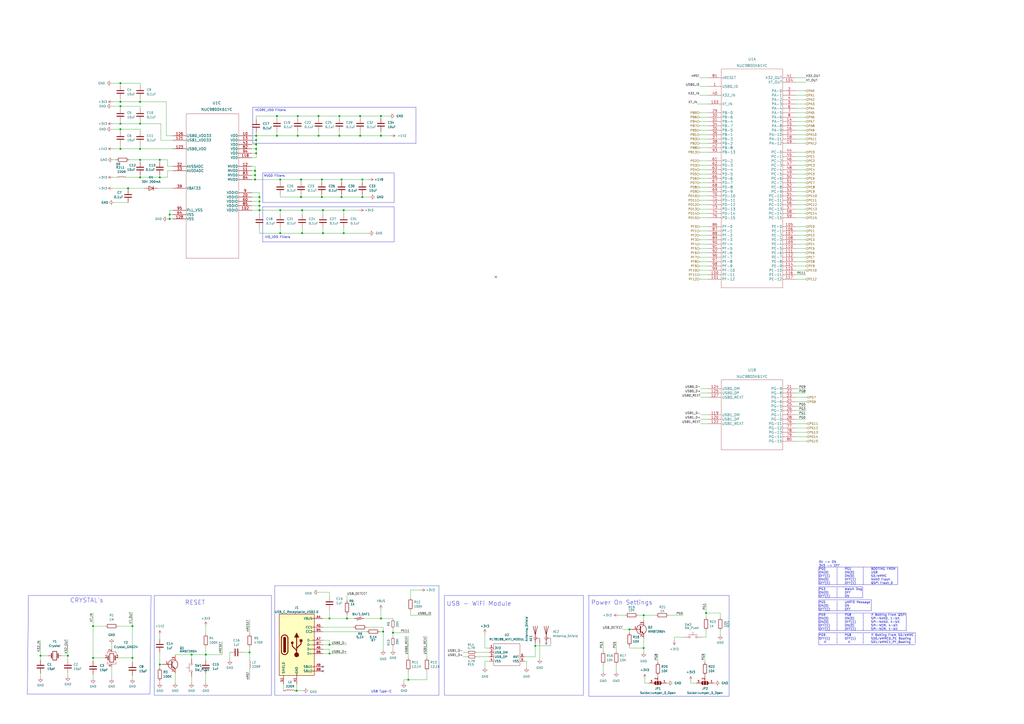
<source format=kicad_sch>
(kicad_sch (version 20231120) (generator "eeschema") (generator_version "8.0")
  (paper "A2")
  (junction (at 184.785 78.74))
  (junction (at 69.85 86.36))
  (junction (at 227.965 367.03))
  (junction (at 208.915 67.31))
  (junction (at 160.655 78.74))
  (junction (at 222.25 366.395))
  (junction (at 98.425 124.46))
  (junction (at 186.69 114.3))
  (junction (at 373.38 356.87))
  (junction (at 186.69 104.14))
  (junction (at 162.56 135.255))
  (junction (at 81.28 71.755))
  (junction (at 98.425 127))
  (junction (at 76.835 363.22))
  (junction (at 148.59 81.28))
  (junction (at 144.78 378.46))
  (junction (at 81.28 59.055))
  (junction (at 198.12 114.3))
  (junction (at 199.39 121.92))
  (junction (at 53.975 363.22))
  (junction (at 210.185 104.14))
  (junction (at 365.125 365.125))
  (junction (at 220.98 67.31))
  (junction (at 147.955 104.14))
  (junction (at 92.71 92.71))
  (junction (at 174.625 114.3))
  (junction (at 69.85 74.93))
  (junction (at 111.125 379.73))
  (junction (at 69.85 71.755))
  (junction (at 39.37 380.365))
  (junction (at 184.785 67.31))
  (junction (at 220.98 78.74))
  (junction (at 150.495 119.38))
  (junction (at 69.85 59.055))
  (junction (at 196.85 67.31))
  (junction (at 162.56 121.92))
  (junction (at 191.135 379.095))
  (junction (at 174.625 104.14))
  (junction (at 199.39 135.255))
  (junction (at 220.98 358.775))
  (junction (at 310.515 374.65))
  (junction (at 191.135 358.775))
  (junction (at 172.72 67.31))
  (junction (at 23.495 380.365))
  (junction (at 187.325 135.255))
  (junction (at 201.295 358.775))
  (junction (at 208.915 78.74))
  (junction (at 150.495 114.3))
  (junction (at 148.59 78.74))
  (junction (at 196.85 78.74))
  (junction (at 147.955 101.6))
  (junction (at 74.295 109.22))
  (junction (at 81.28 86.36))
  (junction (at 147.955 99.06))
  (junction (at 175.26 121.92))
  (junction (at 198.12 104.14))
  (junction (at 81.28 102.87))
  (junction (at 148.59 86.36))
  (junction (at 172.085 400.685))
  (junction (at 409.575 355.6))
  (junction (at 53.975 381.635))
  (junction (at 150.495 121.92))
  (junction (at 148.59 88.9))
  (junction (at 69.85 61.595))
  (junction (at 187.325 121.92))
  (junction (at 150.495 116.84))
  (junction (at 236.855 394.335))
  (junction (at 119.38 379.73))
  (junction (at 92.71 385.445))
  (junction (at 92.71 102.87))
  (junction (at 69.85 48.26))
  (junction (at 160.655 67.31))
  (junction (at 373.38 375.92))
  (junction (at 148.59 83.82))
  (junction (at 162.56 104.14))
  (junction (at 81.28 92.71))
  (junction (at 191.135 374.015))
  (junction (at 172.72 78.74))
  (junction (at 76.835 381.635))
  (junction (at 175.26 135.255))
  (junction (at 210.185 114.3))
  (no_connect (at 287.655 160.655))
  (no_connect (at 187.325 389.255))
  (no_connect (at 316.865 373.38))
  (no_connect (at 187.325 386.715))
  (wire (pts (xy 405.765 126.365) (xy 410.845 126.365)))
  (polyline (pts (xy 152.4 120.015) (xy 228.6 120.015)))
  (wire (pts (xy 467.36 88.265) (xy 461.645 88.265)))
  (wire (pts (xy 201.295 356.235) (xy 201.295 358.775)))
  (wire (pts (xy 467.36 70.485) (xy 461.645 70.485)))
  (wire (pts (xy 172.085 396.875) (xy 172.085 400.685)))
  (wire (pts (xy 96.52 59.055) (xy 81.28 59.055)))
  (polyline (pts (xy 530.86 374.015) (xy 474.98 374.015)))
  (wire (pts (xy 53.975 363.22) (xy 53.975 381.635)))
  (wire (pts (xy 69.85 48.26) (xy 64.77 48.26)))
  (wire (pts (xy 281.305 367.665) (xy 281.305 375.92)))
  (wire (pts (xy 162.56 121.92) (xy 175.26 121.92)))
  (wire (pts (xy 467.36 113.665) (xy 461.645 113.665)))
  (wire (pts (xy 162.56 104.14) (xy 174.625 104.14)))
  (wire (pts (xy 101.6 379.73) (xy 111.125 379.73)))
  (wire (pts (xy 187.325 363.855) (xy 205.105 363.855)))
  (wire (pts (xy 467.36 73.025) (xy 461.645 73.025)))
  (wire (pts (xy 406.4 245.745) (xy 410.845 245.745)))
  (wire (pts (xy 100.33 81.28) (xy 93.345 81.28)))
  (wire (pts (xy 39.37 380.365) (xy 39.37 382.905)))
  (wire (pts (xy 146.05 119.38) (xy 150.495 119.38)))
  (wire (pts (xy 467.36 106.045) (xy 461.645 106.045)))
  (wire (pts (xy 467.36 141.605) (xy 461.645 141.605)))
  (wire (pts (xy 227.965 367.03) (xy 227.965 369.57)))
  (wire (pts (xy 187.325 379.095) (xy 191.135 379.095)))
  (wire (pts (xy 220.98 67.31) (xy 220.98 68.58)))
  (wire (pts (xy 467.36 55.245) (xy 461.645 55.245)))
  (polyline (pts (xy 228.6 140.335) (xy 152.4 140.335)))
  (wire (pts (xy 405.765 45.085) (xy 410.845 45.085)))
  (wire (pts (xy 201.295 345.44) (xy 201.295 348.615)))
  (wire (pts (xy 405.765 73.025) (xy 410.845 73.025)))
  (wire (pts (xy 220.98 67.31) (xy 226.06 67.31)))
  (wire (pts (xy 222.25 377.19) (xy 222.25 366.395)))
  (wire (pts (xy 65.405 59.055) (xy 69.85 59.055)))
  (wire (pts (xy 187.325 135.255) (xy 199.39 135.255)))
  (wire (pts (xy 172.72 76.2) (xy 172.72 78.74)))
  (wire (pts (xy 405.765 106.045) (xy 410.845 106.045)))
  (wire (pts (xy 97.155 102.87) (xy 92.71 102.87)))
  (wire (pts (xy 65.405 102.87) (xy 67.945 102.87)))
  (polyline (pts (xy 338.455 345.44) (xy 338.455 403.225)))
  (wire (pts (xy 405.765 55.245) (xy 410.845 55.245)))
  (polyline (pts (xy 474.98 347.98) (xy 474.98 354.33)))
  (wire (pts (xy 405.765 67.945) (xy 410.845 67.945)))
  (wire (pts (xy 184.785 67.31) (xy 196.85 67.31)))
  (polyline (pts (xy 228.6 117.475) (xy 228.6 100.33)))
  (wire (pts (xy 391.16 369.57) (xy 391.16 371.475)))
  (wire (pts (xy 467.995 250.825) (xy 461.645 250.825)))
  (wire (pts (xy 199.39 121.92) (xy 208.28 121.92)))
  (wire (pts (xy 150.495 121.92) (xy 162.56 121.92)))
  (wire (pts (xy 196.85 76.2) (xy 196.85 78.74)))
  (wire (pts (xy 191.135 343.535) (xy 184.785 343.535)))
  (wire (pts (xy 69.85 59.055) (xy 69.85 57.15)))
  (wire (pts (xy 467.995 230.505) (xy 461.645 230.505)))
  (wire (pts (xy 374.015 393.7) (xy 374.015 396.24)))
  (polyline (pts (xy 16.51 345.44) (xy 87.63 345.44)))
  (wire (pts (xy 187.325 371.475) (xy 191.135 371.475)))
  (wire (pts (xy 144.78 359.41) (xy 144.78 367.665)))
  (wire (pts (xy 349.885 372.11) (xy 349.885 377.825)))
  (polyline (pts (xy 86.995 402.59) (xy 15.875 402.59)))
  (wire (pts (xy 174.625 104.14) (xy 186.69 104.14)))
  (wire (pts (xy 146.05 99.06) (xy 147.955 99.06)))
  (wire (pts (xy 467.36 159.385) (xy 461.645 159.385)))
  (wire (pts (xy 148.59 83.82) (xy 148.59 86.36)))
  (wire (pts (xy 405.765 95.885) (xy 410.845 95.885)))
  (wire (pts (xy 417.83 365.76) (xy 417.83 368.3)))
  (wire (pts (xy 467.36 98.425) (xy 461.645 98.425)))
  (wire (pts (xy 405.765 141.605) (xy 410.845 141.605)))
  (wire (pts (xy 69.85 62.865) (xy 69.85 61.595)))
  (wire (pts (xy 405.765 98.425) (xy 410.845 98.425)))
  (wire (pts (xy 467.36 240.665) (xy 461.645 240.665)))
  (wire (pts (xy 208.915 67.31) (xy 208.915 68.58)))
  (wire (pts (xy 467.36 100.965) (xy 461.645 100.965)))
  (polyline (pts (xy 152.4 120.015) (xy 152.4 140.335)))
  (wire (pts (xy 81.28 74.93) (xy 69.85 74.93)))
  (polyline (pts (xy 500.38 340.36) (xy 500.38 346.71)))
  (wire (pts (xy 405.765 80.645) (xy 410.845 80.645)))
  (wire (pts (xy 467.36 225.425) (xy 461.645 225.425)))
  (wire (pts (xy 97.155 96.52) (xy 100.33 96.52)))
  (wire (pts (xy 276.225 378.46) (xy 283.845 378.46)))
  (wire (pts (xy 405.765 121.285) (xy 410.845 121.285)))
  (wire (pts (xy 210.185 104.14) (xy 210.185 105.41)))
  (wire (pts (xy 119.38 390.525) (xy 119.38 396.24)))
  (wire (pts (xy 81.28 71.755) (xy 69.85 71.755)))
  (wire (pts (xy 467.36 108.585) (xy 461.645 108.585)))
  (wire (pts (xy 92.71 92.71) (xy 97.155 92.71)))
  (polyline (pts (xy 89.535 345.44) (xy 157.48 345.44)))
  (wire (pts (xy 467.36 235.585) (xy 461.645 235.585)))
  (wire (pts (xy 175.26 121.92) (xy 187.325 121.92)))
  (wire (pts (xy 148.59 67.31) (xy 160.655 67.31)))
  (wire (pts (xy 236.855 394.335) (xy 234.315 394.335)))
  (wire (pts (xy 92.71 101.6) (xy 92.71 102.87)))
  (wire (pts (xy 81.28 86.36) (xy 100.33 86.36)))
  (wire (pts (xy 146.05 114.3) (xy 150.495 114.3)))
  (wire (pts (xy 405.765 131.445) (xy 410.845 131.445)))
  (wire (pts (xy 162.56 104.14) (xy 162.56 105.41)))
  (wire (pts (xy 74.93 92.71) (xy 81.28 92.71)))
  (wire (pts (xy 146.05 81.28) (xy 148.59 81.28)))
  (polyline (pts (xy 474.98 355.6) (xy 474.98 365.76)))
  (wire (pts (xy 146.05 116.84) (xy 150.495 116.84)))
  (wire (pts (xy 222.25 363.855) (xy 222.25 366.395)))
  (wire (pts (xy 467.995 233.045) (xy 461.645 233.045)))
  (wire (pts (xy 69.85 76.2) (xy 69.85 74.93)))
  (wire (pts (xy 76.835 354.965) (xy 76.835 363.22)))
  (wire (pts (xy 405.765 75.565) (xy 410.845 75.565)))
  (wire (pts (xy 405.765 103.505) (xy 410.845 103.505)))
  (wire (pts (xy 304.165 381) (xy 310.515 381)))
  (polyline (pts (xy 341.63 345.44) (xy 341.63 403.86)))
  (wire (pts (xy 467.36 238.125) (xy 461.645 238.125)))
  (wire (pts (xy 76.835 363.22) (xy 76.835 381.635)))
  (wire (pts (xy 467.36 243.205) (xy 461.645 243.205)))
  (wire (pts (xy 467.36 111.125) (xy 461.645 111.125)))
  (wire (pts (xy 76.835 363.22) (xy 68.58 363.22)))
  (wire (pts (xy 147.955 99.06) (xy 147.955 101.6)))
  (wire (pts (xy 400.685 396.24) (xy 403.86 396.24)))
  (wire (pts (xy 227.965 367.03) (xy 237.49 367.03)))
  (wire (pts (xy 467.36 154.305) (xy 461.645 154.305)))
  (wire (pts (xy 313.055 373.38) (xy 313.055 382.27)))
  (wire (pts (xy 405.765 149.225) (xy 410.845 149.225)))
  (wire (pts (xy 404.495 60.325) (xy 410.845 60.325)))
  (wire (pts (xy 196.85 78.74) (xy 208.915 78.74)))
  (wire (pts (xy 186.69 113.03) (xy 186.69 114.3)))
  (wire (pts (xy 406.4 225.425) (xy 410.845 225.425)))
  (wire (pts (xy 227.965 364.49) (xy 227.965 367.03)))
  (wire (pts (xy 408.94 392.43) (xy 408.94 391.795)))
  (wire (pts (xy 147.955 96.52) (xy 147.955 99.06)))
  (wire (pts (xy 238.125 356.87) (xy 250.19 356.87)))
  (wire (pts (xy 162.56 113.03) (xy 162.56 114.3)))
  (wire (pts (xy 467.36 149.225) (xy 461.645 149.225)))
  (wire (pts (xy 184.785 67.31) (xy 184.785 68.58)))
  (wire (pts (xy 467.36 75.565) (xy 461.645 75.565)))
  (wire (pts (xy 467.36 227.965) (xy 461.645 227.965)))
  (wire (pts (xy 467.36 45.085) (xy 461.645 45.085)))
  (wire (pts (xy 164.465 396.875) (xy 164.465 400.685)))
  (wire (pts (xy 210.82 358.775) (xy 220.98 358.775)))
  (wire (pts (xy 405.765 100.965) (xy 410.845 100.965)))
  (wire (pts (xy 405.765 161.925) (xy 410.845 161.925)))
  (polyline (pts (xy 474.98 339.09) (xy 520.7 339.09)))
  (wire (pts (xy 148.59 78.74) (xy 148.59 81.28)))
  (wire (pts (xy 405.765 139.065) (xy 410.845 139.065)))
  (wire (pts (xy 220.98 76.2) (xy 220.98 78.74)))
  (wire (pts (xy 467.36 136.525) (xy 461.645 136.525)))
  (polyline (pts (xy 474.98 328.93) (xy 474.98 339.09)))
  (wire (pts (xy 186.69 104.14) (xy 198.12 104.14)))
  (wire (pts (xy 162.56 121.92) (xy 162.56 124.46)))
  (wire (pts (xy 198.12 104.14) (xy 210.185 104.14)))
  (wire (pts (xy 81.28 101.6) (xy 81.28 102.87)))
  (polyline (pts (xy 422.91 403.86) (xy 341.63 403.86)))
  (wire (pts (xy 222.25 366.395) (xy 220.345 366.395)))
  (wire (pts (xy 172.72 67.31) (xy 172.72 68.58)))
  (wire (pts (xy 174.625 114.3) (xy 162.56 114.3)))
  (wire (pts (xy 365.125 365.125) (xy 365.76 365.125)))
  (wire (pts (xy 97.155 127) (xy 98.425 127)))
  (wire (pts (xy 405.765 156.845) (xy 410.845 156.845)))
  (wire (pts (xy 186.69 114.3) (xy 198.12 114.3)))
  (polyline (pts (xy 505.46 347.98) (xy 505.46 354.33)))
  (wire (pts (xy 35.56 380.365) (xy 39.37 380.365)))
  (wire (pts (xy 357.505 389.89) (xy 357.505 385.445)))
  (wire (pts (xy 365.125 365.125) (xy 365.125 367.03)))
  (wire (pts (xy 386.715 396.24) (xy 387.35 396.24)))
  (wire (pts (xy 172.085 400.685) (xy 175.895 400.685)))
  (wire (pts (xy 144.78 378.46) (xy 144.78 382.905)))
  (wire (pts (xy 467.36 151.765) (xy 461.645 151.765)))
  (wire (pts (xy 467.995 253.365) (xy 461.645 253.365)))
  (wire (pts (xy 387.985 356.87) (xy 396.24 356.87)))
  (wire (pts (xy 66.04 117.475) (xy 74.295 117.475)))
  (wire (pts (xy 370.205 356.87) (xy 373.38 356.87)))
  (wire (pts (xy 467.36 80.645) (xy 461.645 80.645)))
  (wire (pts (xy 39.37 370.84) (xy 39.37 380.365)))
  (wire (pts (xy 220.98 358.775) (xy 220.98 353.695)))
  (polyline (pts (xy 474.98 328.93) (xy 520.7 328.93)))
  (wire (pts (xy 417.83 355.6) (xy 417.83 358.14)))
  (wire (pts (xy 187.325 121.92) (xy 199.39 121.92)))
  (wire (pts (xy 405.765 65.405) (xy 410.845 65.405)))
  (wire (pts (xy 405.765 83.185) (xy 410.845 83.185)))
  (wire (pts (xy 175.26 135.255) (xy 187.325 135.255)))
  (wire (pts (xy 69.85 83.82) (xy 69.85 86.36)))
  (wire (pts (xy 146.05 101.6) (xy 147.955 101.6)))
  (wire (pts (xy 406.4 227.965) (xy 410.845 227.965)))
  (wire (pts (xy 92.71 102.87) (xy 81.28 102.87)))
  (wire (pts (xy 310.515 374.65) (xy 319.405 374.65)))
  (wire (pts (xy 174.625 113.03) (xy 174.625 114.3)))
  (wire (pts (xy 247.65 389.255) (xy 247.65 394.335)))
  (wire (pts (xy 184.785 76.2) (xy 184.785 78.74)))
  (wire (pts (xy 101.6 380.365) (xy 101.6 379.73)))
  (wire (pts (xy 174.625 104.14) (xy 174.625 105.41)))
  (wire (pts (xy 467.36 116.205) (xy 461.645 116.205)))
  (wire (pts (xy 150.495 132.08) (xy 150.495 135.255)))
  (wire (pts (xy 467.36 52.705) (xy 461.645 52.705)))
  (wire (pts (xy 187.325 132.08) (xy 187.325 135.255)))
  (polyline (pts (xy 159.385 403.225) (xy 254.635 403.225)))
  (wire (pts (xy 146.05 111.76) (xy 150.495 111.76)))
  (wire (pts (xy 93.345 81.28) (xy 93.345 71.755)))
  (polyline (pts (xy 146.685 62.23) (xy 241.3 62.23)))
  (polyline (pts (xy 241.3 62.23) (xy 241.3 83.185)))
  (polyline (pts (xy 340.995 345.44) (xy 422.91 345.44)))
  (wire (pts (xy 69.85 74.93) (xy 64.77 74.93)))
  (wire (pts (xy 148.59 76.835) (xy 148.59 78.74)))
  (wire (pts (xy 187.325 374.015) (xy 191.135 374.015)))
  (wire (pts (xy 409.575 355.6) (xy 417.83 355.6)))
  (wire (pts (xy 281.305 383.54) (xy 281.305 387.35)))
  (wire (pts (xy 191.135 371.475) (xy 191.135 374.015)))
  (wire (pts (xy 405.765 88.265) (xy 410.845 88.265)))
  (wire (pts (xy 81.28 70.485) (xy 81.28 71.755)))
  (wire (pts (xy 76.835 381.635) (xy 76.835 384.175)))
  (wire (pts (xy 187.325 121.92) (xy 187.325 124.46)))
  (wire (pts (xy 148.59 67.31) (xy 148.59 69.215)))
  (wire (pts (xy 98.425 121.92) (xy 100.33 121.92)))
  (wire (pts (xy 365.125 375.92) (xy 373.38 375.92)))
  (wire (pts (xy 406.4 240.665) (xy 410.845 240.665)))
  (polyline (pts (xy 241.3 83.185) (xy 146.685 83.185)))
  (wire (pts (xy 391.16 369.57) (xy 396.875 369.57)))
  (wire (pts (xy 184.785 78.74) (xy 196.85 78.74)))
  (wire (pts (xy 74.295 109.22) (xy 83.82 109.22)))
  (wire (pts (xy 100.33 99.06) (xy 97.155 99.06)))
  (polyline (pts (xy 474.98 367.03) (xy 474.98 373.38)))
  (wire (pts (xy 199.39 121.92) (xy 199.39 124.46)))
  (wire (pts (xy 146.05 88.9) (xy 148.59 88.9)))
  (wire (pts (xy 144.78 394.335) (xy 144.78 387.985)))
  (polyline (pts (xy 474.98 373.38) (xy 474.98 374.015)))
  (polyline (pts (xy 152.4 100.33) (xy 152.4 117.475)))
  (polyline (pts (xy 228.6 120.015) (xy 228.6 140.335)))
  (wire (pts (xy 362.585 356.87) (xy 358.775 356.87)))
  (wire (pts (xy 148.59 86.36) (xy 148.59 88.9)))
  (wire (pts (xy 96.52 78.74) (xy 96.52 59.055)))
  (wire (pts (xy 227.965 358.775) (xy 220.98 358.775)))
  (wire (pts (xy 405.765 118.745) (xy 410.845 118.745)))
  (wire (pts (xy 361.315 365.125) (xy 365.125 365.125)))
  (wire (pts (xy 467.36 95.885) (xy 461.645 95.885)))
  (wire (pts (xy 467.36 146.685) (xy 461.645 146.685)))
  (wire (pts (xy 172.72 78.74) (xy 184.785 78.74)))
  (wire (pts (xy 64.77 373.38) (xy 64.77 376.555)))
  (wire (pts (xy 146.05 78.74) (xy 148.59 78.74)))
  (wire (pts (xy 140.97 378.46) (xy 144.78 378.46)))
  (wire (pts (xy 146.05 121.92) (xy 150.495 121.92)))
  (wire (pts (xy 405.765 116.205) (xy 410.845 116.205)))
  (polyline (pts (xy 474.98 340.36) (xy 474.98 346.71)))
  (wire (pts (xy 467.995 255.905) (xy 461.645 255.905)))
  (wire (pts (xy 81.28 61.595) (xy 69.85 61.595)))
  (wire (pts (xy 405.765 144.145) (xy 410.845 144.145)))
  (wire (pts (xy 374.015 396.24) (xy 376.555 396.24)))
  (polyline (pts (xy 474.98 355.6) (xy 525.78 355.6)))
  (wire (pts (xy 81.28 92.71) (xy 92.71 92.71)))
  (wire (pts (xy 160.655 78.74) (xy 172.72 78.74)))
  (wire (pts (xy 227.965 359.41) (xy 227.965 358.775)))
  (wire (pts (xy 373.38 356.87) (xy 373.38 360.045)))
  (polyline (pts (xy 146.685 62.23) (xy 146.685 83.185)))
  (wire (pts (xy 405.765 93.345) (xy 410.845 93.345)))
  (wire (pts (xy 467.995 248.285) (xy 461.645 248.285)))
  (wire (pts (xy 111.125 379.73) (xy 119.38 379.73)))
  (polyline (pts (xy 525.78 355.6) (xy 525.78 365.76)))
  (wire (pts (xy 69.85 61.595) (xy 64.77 61.595)))
  (wire (pts (xy 247.65 394.335) (xy 236.855 394.335)))
  (wire (pts (xy 210.185 114.3) (xy 214.63 114.3)))
  (wire (pts (xy 81.28 83.82) (xy 81.28 86.36)))
  (wire (pts (xy 406.4 230.505) (xy 410.845 230.505)))
  (wire (pts (xy 174.625 114.3) (xy 186.69 114.3)))
  (wire (pts (xy 467.36 118.745) (xy 461.645 118.745)))
  (wire (pts (xy 236.855 368.935) (xy 236.855 381.635)))
  (wire (pts (xy 53.975 355.6) (xy 53.975 363.22)))
  (wire (pts (xy 119.38 363.22) (xy 119.38 367.665)))
  (wire (pts (xy 198.12 104.14) (xy 198.12 105.41)))
  (wire (pts (xy 365.125 374.65) (xy 365.125 375.92)))
  (wire (pts (xy 198.12 113.03) (xy 198.12 114.3)))
  (wire (pts (xy 65.405 92.71) (xy 67.31 92.71)))
  (wire (pts (xy 81.28 59.055) (xy 69.85 59.055)))
  (wire (pts (xy 310.515 373.38) (xy 310.515 374.65)))
  (polyline (pts (xy 505.46 354.33) (xy 474.98 354.33)))
  (polyline (pts (xy 474.98 340.36) (xy 500.38 340.36)))
  (polyline (pts (xy 87.63 345.44) (xy 86.995 402.59)))
  (wire (pts (xy 210.185 113.03) (xy 210.185 114.3)))
  (wire (pts (xy 191.135 374.015) (xy 201.295 374.015)))
  (wire (pts (xy 406.4 243.205) (xy 410.845 243.205)))
  (wire (pts (xy 238.125 342.265) (xy 238.125 346.71)))
  (wire (pts (xy 405.765 78.105) (xy 410.845 78.105)))
  (polyline (pts (xy 152.4 117.475) (xy 228.6 117.475)))
  (wire (pts (xy 191.135 379.095) (xy 201.295 379.095)))
  (wire (pts (xy 196.85 67.31) (xy 208.915 67.31)))
  (polyline (pts (xy 16.51 345.44) (xy 15.875 402.59)))
  (wire (pts (xy 467.36 139.065) (xy 461.645 139.065)))
  (wire (pts (xy 467.36 67.945) (xy 461.645 67.945)))
  (wire (pts (xy 65.405 71.755) (xy 69.85 71.755)))
  (wire (pts (xy 91.44 109.22) (xy 100.33 109.22)))
  (polyline (pts (xy 159.385 339.725) (xy 159.385 403.225)))
  (polyline (pts (xy 152.4 100.33) (xy 228.6 100.33)))
  (wire (pts (xy 23.495 380.365) (xy 23.495 382.905)))
  (wire (pts (xy 201.295 358.775) (xy 205.74 358.775)))
  (polyline (pts (xy 422.91 345.44) (xy 422.91 403.86)))
  (wire (pts (xy 467.36 47.625) (xy 461.645 47.625)))
  (wire (pts (xy 150.495 116.84) (xy 150.495 119.38)))
  (wire (pts (xy 467.36 161.925) (xy 461.645 161.925)))
  (wire (pts (xy 191.135 376.555) (xy 191.135 379.095)))
  (wire (pts (xy 227.965 374.65) (xy 227.965 377.19)))
  (wire (pts (xy 467.36 123.825) (xy 461.645 123.825)))
  (wire (pts (xy 319.405 373.38) (xy 319.405 374.65)))
  (wire (pts (xy 191.135 353.695) (xy 191.135 358.775)))
  (wire (pts (xy 208.915 78.74) (xy 220.98 78.74)))
  (wire (pts (xy 238.125 354.33) (xy 238.125 356.87)))
  (polyline (pts (xy 474.98 347.98) (xy 505.46 347.98)))
  (wire (pts (xy 467.995 245.745) (xy 461.645 245.745)))
  (wire (pts (xy 64.77 393.7) (xy 64.77 386.715)))
  (wire (pts (xy 373.38 356.87) (xy 380.365 356.87)))
  (wire (pts (xy 146.05 86.36) (xy 148.59 86.36)))
  (wire (pts (xy 409.575 369.57) (xy 407.035 369.57)))
  (wire (pts (xy 400.685 394.97) (xy 400.685 396.24)))
  (wire (pts (xy 146.05 91.44) (xy 148.59 91.44)))
  (polyline (pts (xy 254.635 403.225) (xy 254.635 339.725)))
  (wire (pts (xy 467.36 62.865) (xy 461.645 62.865)))
  (wire (pts (xy 212.725 363.855) (xy 222.25 363.855)))
  (wire (pts (xy 146.05 96.52) (xy 147.955 96.52)))
  (wire (pts (xy 150.495 121.92) (xy 150.495 124.46)))
  (wire (pts (xy 187.325 376.555) (xy 191.135 376.555)))
  (wire (pts (xy 53.975 393.7) (xy 53.975 391.16)))
  (wire (pts (xy 144.78 375.285) (xy 144.78 378.46)))
  (wire (pts (xy 150.495 114.3) (xy 150.495 116.84)))
  (wire (pts (xy 150.495 111.76) (xy 150.495 114.3)))
  (wire (pts (xy 199.39 135.255) (xy 213.995 135.255)))
  (wire (pts (xy 236.855 389.255) (xy 236.855 394.335)))
  (wire (pts (xy 172.72 67.31) (xy 184.785 67.31)))
  (wire (pts (xy 92.71 385.445) (xy 92.71 387.35)))
  (wire (pts (xy 97.155 99.06) (xy 97.155 102.87)))
  (wire (pts (xy 92.71 378.46) (xy 92.71 385.445)))
  (wire (pts (xy 409.575 349.885) (xy 409.575 355.6)))
  (wire (pts (xy 405.765 108.585) (xy 410.845 108.585)))
  (wire (pts (xy 92.71 394.97) (xy 92.71 396.24)))
  (polyline (pts (xy 530.86 367.03) (xy 530.86 373.38)))
  (wire (pts (xy 467.36 83.185) (xy 461.645 83.185)))
  (wire (pts (xy 92.71 93.98) (xy 92.71 92.71)))
  (wire (pts (xy 187.325 358.775) (xy 191.135 358.775)))
  (wire (pts (xy 349.885 389.89) (xy 349.885 385.445)))
  (wire (pts (xy 414.02 396.24) (xy 414.655 396.24)))
  (wire (pts (xy 281.305 375.92) (xy 283.845 375.92)))
  (wire (pts (xy 65.405 86.36) (xy 69.85 86.36)))
  (wire (pts (xy 408.94 379.095) (xy 408.94 384.175)))
  (wire (pts (xy 148.59 88.9) (xy 148.59 91.44)))
  (wire (pts (xy 147.955 101.6) (xy 147.955 104.14)))
  (wire (pts (xy 81.28 62.865) (xy 81.28 61.595)))
  (wire (pts (xy 160.655 76.2) (xy 160.655 78.74)))
  (wire (pts (xy 98.425 124.46) (xy 98.425 121.92)))
  (wire (pts (xy 68.58 381.635) (xy 76.835 381.635)))
  (wire (pts (xy 150.495 119.38) (xy 150.495 121.92)))
  (wire (pts (xy 160.655 67.31) (xy 160.655 68.58)))
  (polyline (pts (xy 89.535 345.44) (xy 89.535 403.225)))
  (wire (pts (xy 147.955 104.14) (xy 162.56 104.14)))
  (wire (pts (xy 162.56 132.08) (xy 162.56 135.255)))
  (wire (pts (xy 111.125 392.43) (xy 111.125 396.24)))
  (polyline (pts (xy 257.81 345.44) (xy 257.81 403.225)))
  (polyline (pts (xy 157.48 403.225) (xy 89.535 403.225)))
  (wire (pts (xy 111.125 379.73) (xy 111.125 382.27)))
  (wire (pts (xy 98.425 127) (xy 100.33 127)))
  (wire (pts (xy 53.975 363.22) (xy 60.96 363.22)))
  (wire (pts (xy 467.36 78.105) (xy 461.645 78.105)))
  (wire (pts (xy 175.26 121.92) (xy 175.26 124.46)))
  (wire (pts (xy 373.38 370.205) (xy 373.38 375.92)))
  (wire (pts (xy 65.405 109.22) (xy 74.295 109.22)))
  (polyline (pts (xy 520.7 339.09) (xy 520.7 328.93)))
  (wire (pts (xy 148.59 81.28) (xy 148.59 83.82)))
  (wire (pts (xy 81.28 49.53) (xy 81.28 48.26)))
  (wire (pts (xy 467.36 126.365) (xy 461.645 126.365)))
  (wire (pts (xy 405.765 113.665) (xy 410.845 113.665)))
  (wire (pts (xy 409.575 355.6) (xy 409.575 358.14)))
  (wire (pts (xy 101.6 396.24) (xy 101.6 390.525)))
  (wire (pts (xy 381.635 392.43) (xy 381.635 391.795)))
  (wire (pts (xy 162.56 135.255) (xy 175.26 135.255)))
  (wire (pts (xy 220.98 78.74) (xy 226.695 78.74)))
  (wire (pts (xy 39.37 392.43) (xy 39.37 390.525)))
  (wire (pts (xy 191.135 346.075) (xy 191.135 343.535)))
  (wire (pts (xy 405.765 151.765) (xy 410.845 151.765)))
  (wire (pts (xy 467.36 57.785) (xy 461.645 57.785)))
  (wire (pts (xy 268.605 381) (xy 271.145 381)))
  (wire (pts (xy 133.35 378.46) (xy 133.35 382.905)))
  (wire (pts (xy 304.165 383.54) (xy 305.435 383.54)))
  (wire (pts (xy 467.36 103.505) (xy 461.645 103.505)))
  (wire (pts (xy 60.96 381.635) (xy 53.975 381.635)))
  (wire (pts (xy 69.85 71.755) (xy 69.85 70.485)))
  (wire (pts (xy 187.325 366.395) (xy 212.725 366.395)))
  (polyline (pts (xy 525.78 365.76) (xy 474.98 365.76)))
  (wire (pts (xy 405.765 70.485) (xy 410.845 70.485)))
  (wire (pts (xy 100.33 78.74) (xy 96.52 78.74)))
  (wire (pts (xy 234.315 394.335) (xy 234.315 396.24)))
  (wire (pts (xy 208.915 78.74) (xy 208.915 76.2)))
  (wire (pts (xy 268.605 378.46) (xy 271.145 378.46)))
  (wire (pts (xy 243.84 342.265) (xy 238.125 342.265)))
  (wire (pts (xy 146.05 83.82) (xy 148.59 83.82)))
  (wire (pts (xy 191.135 358.775) (xy 201.295 358.775)))
  (wire (pts (xy 160.655 67.31) (xy 172.72 67.31)))
  (polyline (pts (xy 157.48 345.44) (xy 157.48 403.225)))
  (wire (pts (xy 198.12 114.3) (xy 210.185 114.3)))
  (wire (pts (xy 23.495 393.065) (xy 23.495 390.525)))
  (wire (pts (xy 81.28 93.98) (xy 81.28 92.71)))
  (wire (pts (xy 310.515 374.65) (xy 310.515 381)))
  (wire (pts (xy 199.39 132.08) (xy 199.39 135.255)))
  (wire (pts (xy 53.975 381.635) (xy 53.975 383.54)))
  (wire (pts (xy 69.85 86.36) (xy 81.28 86.36)))
  (wire (pts (xy 175.26 132.08) (xy 175.26 135.255)))
  (wire (pts (xy 119.38 379.73) (xy 119.38 382.905)))
  (wire (pts (xy 405.765 85.725) (xy 410.845 85.725)))
  (polyline (pts (xy 257.81 345.44) (xy 338.455 345.44)))
  (wire (pts (xy 467.36 121.285) (xy 461.645 121.285)))
  (wire (pts (xy 405.765 123.825) (xy 410.845 123.825)))
  (wire (pts (xy 467.36 156.845) (xy 461.645 156.845)))
  (wire (pts (xy 283.845 383.54) (xy 281.305 383.54)))
  (wire (pts (xy 93.345 71.755) (xy 81.28 71.755)))
  (wire (pts (xy 247.65 368.935) (xy 247.65 381.635)))
  (wire (pts (xy 467.36 93.345) (xy 461.645 93.345)))
  (polyline (pts (xy 500.38 346.71) (xy 474.98 346.71)))
  (wire (pts (xy 357.505 372.11) (xy 357.505 377.825)))
  (wire (pts (xy 381.635 379.095) (xy 381.635 384.175)))
  (wire (pts (xy 128.905 372.11) (xy 128.905 379.73)))
  (wire (pts (xy 74.295 109.22) (xy 74.295 109.855)))
  (wire (pts (xy 92.71 385.445) (xy 93.98 385.445)))
  (polyline (pts (xy 159.385 339.725) (xy 254.635 339.725)))
  (wire (pts (xy 148.59 78.74) (xy 160.655 78.74)))
  (wire (pts (xy 467.36 60.325) (xy 461.645 60.325)))
  (wire (pts (xy 97.155 92.71) (xy 97.155 96.52)))
  (wire (pts (xy 92.71 368.3) (xy 92.71 370.84)))
  (wire (pts (xy 210.185 104.14) (xy 213.995 104.14)))
  (wire (pts (xy 27.94 380.365) (xy 23.495 380.365)))
  (wire (pts (xy 405.765 133.985) (xy 410.845 133.985)))
  (wire (pts (xy 81.28 48.26) (xy 69.85 48.26)))
  (wire (pts (xy 73.025 102.87) (xy 81.28 102.87)))
  (wire (pts (xy 196.85 67.31) (xy 196.85 68.58)))
  (wire (pts (xy 150.495 135.255) (xy 162.56 135.255)))
  (wire (pts (xy 405.765 50.165) (xy 410.845 50.165)))
  (wire (pts (xy 467.36 65.405) (xy 461.645 65.405)))
  (wire (pts (xy 405.765 111.125) (xy 410.845 111.125)))
  (wire (pts (xy 208.915 67.31) (xy 220.98 67.31)))
  (polyline (pts (xy 338.455 403.225) (xy 257.81 403.225)))
  (wire (pts (xy 467.36 133.985) (xy 461.645 133.985)))
  (wire (pts (xy 405.765 154.305) (xy 410.845 154.305)))
  (wire (pts (xy 405.765 146.685) (xy 410.845 146.685)))
  (wire (pts (xy 81.28 59.055) (xy 81.28 57.15)))
  (wire (pts (xy 305.435 383.54) (xy 305.435 387.35)))
  (wire (pts (xy 119.38 375.285) (xy 119.38 379.73)))
  (wire (pts (xy 98.425 124.46) (xy 98.425 127)))
  (wire (pts (xy 69.85 49.53) (xy 69.85 48.26)))
  (wire (pts (xy 76.835 393.7) (xy 76.835 391.795)))
  (wire (pts (xy 81.28 76.2) (xy 81.28 74.93)))
  (wire (pts (xy 467.36 131.445) (xy 461.645 131.445)))
  (wire (pts (xy 467.36 144.145) (xy 461.645 144.145)))
  (wire (pts (xy 405.765 159.385) (xy 410.845 159.385)))
  (wire (pts (xy 100.33 124.46) (xy 98.425 124.46)))
  (wire (pts (xy 146.05 104.14) (xy 147.955 104.14)))
  (polyline (pts (xy 474.98 367.03) (xy 530.86 367.03)))
  (wire (pts (xy 119.38 379.73) (xy 128.905 379.73)))
  (wire (pts (xy 409.575 365.76) (xy 409.575 369.57)))
  (wire (pts (xy 373.38 375.92) (xy 373.38 378.46)))
  (wire (pts (xy 405.765 136.525) (xy 410.845 136.525)))
  (wire (pts (xy 23.495 371.475) (xy 23.495 380.365)))
  (wire (pts (xy 186.69 104.14) (xy 186.69 105.41)))
  (wire (pts (xy 276.225 381) (xy 283.845 381)))
  (wire (pts (xy 467.36 90.805) (xy 461.645 90.805)))
  (text "PG9		|	PG8		|	If Botting From SD/eMMC\nOFF(1)	|	OFF(1)	|	SD0/eMMC0_PC Booting\n   X	|	  X		|	SD1/eMMC1_PF_Booting" (at 474.98 373.38 0) (effects (font (size 1.27 1.27)) (justify left bottom)))
  (text "MVDD Filters\n" (at 153.035 102.87 0) (effects (font (size 1.27 1.27)) (justify left bottom)))
  (text "RESET" (at 107.315 351.155 0) (effects (font (size 2.54 2.54)) (justify left bottom)))
  (text "VCORE_VDD Filters\n" (at 147.955 64.77 0) (effects (font (size 1.27 1.27)) (justify left bottom)))
  (text "USB - WiFi Module\n" (at 259.08 351.79 0) (effects (font (size 2.54 2.54)) (justify left bottom)))
  (text "PG0		|	PG1		|	BOOTING FROM\nON(0)	|	ON(0)	|	USB\nOFF(1)	|	ON(0)	|	SD/eMMC\nON(0)	|	OFF(1)	|	NAND Flash\nOFF(1)	|	OFF(1)	|	QSPI Flash_0" (at 474.98 339.09 0) (effects (font (size 1.27 1.27)) (justify left bottom)))
  (text "0V -> ON\n3V3 -> OFF\n" (at 474.98 328.93 0) (effects (font (size 1.27 1.27)) (justify left bottom)))
  (text "PG9		|	PG8		|	If Botting From QSPI\nON(0)	|	ON(0)	|	SPI-NAND, 1-bit\nON(0)	|	OFF(1)	|	SPI-NAND, 4-bit\nOFF(1)	|	ON(0)	|	SPI-NOR, 4-bit\nOFF(1)	|	OFF(1)	|	SPI-NOR, 1-bit" (at 474.98 365.76 0) (effects (font (size 1.27 1.27)) (justify left bottom)))
  (text "PG5		|	UART0 Message\nON(0)	|	ON\nOFF(1)	|	OFF" (at 474.98 354.33 0) (effects (font (size 1.27 1.27)) (justify left bottom)))
  (text "CRYSTAL's" (at 40.64 349.885 0) (effects (font (size 2.54 2.54)) (justify left bottom)))
  (text "Power On Settings\n" (at 342.9 351.155 0) (effects (font (size 2.54 2.54)) (justify left bottom)))
  (text "VIO_VDD Filters\n" (at 153.67 138.43 0) (effects (font (size 1.27 1.27)) (justify left bottom)))
  (text "USB Type-C" (at 215.265 401.955 0) (effects (font (size 1.27 1.27)) (justify left bottom)))
  (text "PG3		|	Watch Dog\nON(0)	|	OFF\nOFF(1)	|	ON" (at 474.98 346.71 0) (effects (font (size 1.27 1.27)) (justify left bottom)))
  (label "XT_OUT" (at 76.835 354.965 270))
  (label "X32_OUT" (at 39.37 370.84 270))
  (label "PG9" (at 408.94 379.095 270))
  (label "PG3" (at 467.36 238.125 180))
  (label "USB1_D-" (at 406.4 240.665 180))
  (label "USB_DETECT" (at 361.315 365.125 180))
  (label "USB0_REXT" (at 406.4 230.505 180))
  (label "USB0_D-" (at 406.4 225.425 180))
  (label "PG0" (at 467.36 243.205 180))
  (label "USB1_D+" (at 268.605 381 180))
  (label "PE11" (at 237.49 367.03 180))
  (label "XT_OUT" (at 467.36 47.625 0))
  (label "PG5" (at 357.505 372.11 270))
  (label "PG1" (at 409.575 349.885 270))
  (label "PG9" (at 467.36 225.425 180))
  (label "PG0" (at 396.24 356.87 180))
  (label "X32_IN" (at 23.495 371.475 270))
  (label "USB0_REXT" (at 236.855 368.935 270))
  (label "USB0_ID" (at 250.19 356.87 180))
  (label "PE11" (at 467.36 159.385 180))
  (label "nRST" (at 405.765 45.085 180))
  (label "USB1_D+" (at 406.4 243.205 180))
  (label "PG3" (at 349.885 372.11 270))
  (label "USB1_D-" (at 268.605 378.46 180))
  (label "USB_DETECT" (at 201.295 345.44 0))
  (label "nRESET" (at 128.905 372.11 270))
  (label "X32_OUT" (at 467.36 45.085 0))
  (label "X32_IN" (at 405.765 55.245 180))
  (label "PG8" (at 467.36 227.965 180))
  (label "PG1" (at 467.36 240.665 180))
  (label "USB0_ID" (at 405.765 50.165 180))
  (label "USB0_D+" (at 406.4 227.965 180))
  (label "USB0_D-" (at 201.295 374.015 180))
  (label "XT_IN" (at 404.495 60.325 180))
  (label "USB1_REXT" (at 247.65 368.935 270))
  (label "nRESET" (at 144.78 359.41 270))
  (label "USB1_REXT" (at 406.4 245.745 180))
  (label "USB0_D+" (at 201.295 379.095 180))
  (label "PG5" (at 467.36 235.585 180))
  (label "XT_IN" (at 53.975 355.6 270))
  (label "PG8" (at 381.635 379.095 270))
  (label "nRST" (at 144.78 394.335 90))
  (hierarchical_label "PC11" (shape input) (at 467.36 116.205 0))
  (hierarchical_label "PC7" (shape input) (at 467.36 106.045 0))
  (hierarchical_label "PG12" (shape input) (at 467.995 248.285 0))
  (hierarchical_label "PC14" (shape input) (at 467.36 123.825 0))
  (hierarchical_label "PF4" (shape input) (at 405.765 141.605 180))
  (hierarchical_label "PD14" (shape input) (at 405.765 123.825 180))
  (hierarchical_label "PG6" (shape input) (at 467.995 233.045 0))
  (hierarchical_label "PC12" (shape input) (at 467.36 118.745 0))
  (hierarchical_label "PE7" (shape input) (at 467.36 149.225 0))
  (hierarchical_label "PA6" (shape input) (at 467.36 67.945 0))
  (hierarchical_label "PE8" (shape input) (at 467.36 151.765 0))
  (hierarchical_label "PC2" (shape input) (at 467.36 93.345 0))
  (hierarchical_label "PC8" (shape input) (at 467.36 108.585 0))
  (hierarchical_label "PA0" (shape input) (at 467.36 52.705 0))
  (hierarchical_label "PC0" (shape input) (at 467.36 88.265 0))
  (hierarchical_label "PB13" (shape input) (at 405.765 88.265 180))
  (hierarchical_label "PA5" (shape input) (at 467.36 65.405 0))
  (hierarchical_label "PA8" (shape input) (at 467.36 73.025 0))
  (hierarchical_label "PE2" (shape input) (at 467.36 136.525 0))
  (hierarchical_label "PG13" (shape input) (at 467.995 250.825 0))
  (hierarchical_label "PD6" (shape input) (at 405.765 103.505 180))
  (hierarchical_label "PD3" (shape input) (at 405.765 95.885 180))
  (hierarchical_label "PF12" (shape input) (at 405.765 161.925 180))
  (hierarchical_label "PA10" (shape input) (at 467.36 78.105 0))
  (hierarchical_label "PD13" (shape input) (at 405.765 121.285 180))
  (hierarchical_label "PC1" (shape input) (at 467.36 90.805 0))
  (hierarchical_label "PA3" (shape input) (at 467.36 60.325 0))
  (hierarchical_label "PB1" (shape input) (at 405.765 78.105 180))
  (hierarchical_label "PF11" (shape input) (at 405.765 159.385 180))
  (hierarchical_label "PE9" (shape input) (at 467.36 154.305 0))
  (hierarchical_label "PE3" (shape input) (at 467.36 139.065 0))
  (hierarchical_label "PA2" (shape input) (at 467.36 57.785 0))
  (hierarchical_label "PG7" (shape input) (at 467.995 230.505 0))
  (hierarchical_label "PA1" (shape input) (at 467.36 55.245 0))
  (hierarchical_label "PF10" (shape input) (at 405.765 156.845 180))
  (hierarchical_label "PF7" (shape input) (at 405.765 149.225 180))
  (hierarchical_label "PE12" (shape input) (at 467.36 161.925 0))
  (hierarchical_label "PC15" (shape input) (at 467.36 126.365 0))
  (hierarchical_label "PF1" (shape input) (at 405.765 133.985 180))
  (hierarchical_label "PB3" (shape input) (at 405.765 80.645 180))
  (hierarchical_label "PE6" (shape input) (at 467.36 146.685 0))
  (hierarchical_label "PF2" (shape input) (at 405.765 136.525 180))
  (hierarchical_label "PC10" (shape input) (at 467.36 113.665 0))
  (hierarchical_label "PE4" (shape input) (at 467.36 141.605 0))
  (hierarchical_label "PD12" (shape input) (at 405.765 118.745 180))
  (hierarchical_label "PF8" (shape input) (at 405.765 151.765 180))
  (hierarchical_label "PG14" (shape input) (at 467.995 253.365 0))
  (hierarchical_label "PD10" (shape input) (at 405.765 113.665 180))
  (hierarchical_label "PF0" (shape input) (at 405.765 131.445 180))
  (hierarchical_label "PC6" (shape input) (at 467.36 103.505 0))
  (hierarchical_label "PF5" (shape input) (at 405.765 144.145 180))
  (hierarchical_label "PB8" (shape input) (at 405.765 85.725 180))
  (hierarchical_label "PB4" (shape input) (at 405.765 70.485 180))
  (hierarchical_label "PB5" (shape input) (at 405.765 75.565 180))
  (hierarchical_label "PC13" (shape input) (at 467.36 121.285 0))
  (hierarchical_label "PF6" (shape input) (at 405.765 146.685 180))
  (hierarchical_label "PA12" (shape input) (at 467.36 83.185 0))
  (hierarchical_label "PD11" (shape input) (at 405.765 116.205 180))
  (hierarchical_label "PE10" (shape input) (at 467.36 156.845 0))
  (hierarchical_label "PD9" (shape input) (at 405.765 111.125 180))
  (hierarchical_label "PA7" (shape input) (at 467.36 70.485 0))
  (hierarchical_label "PC5" (shape input) (at 467.36 100.965 0))
  (hierarchical_label "PA11" (shape input) (at 467.36 80.645 0))
  (hierarchical_label "PD4" (shape input) (at 405.765 98.425 180))
  (hierarchical_label "PB2" (shape input) (at 405.765 83.185 180))
  (hierarchical_label "PD15" (shape input) (at 405.765 126.365 180))
  (hierarchical_label "PE1" (shape input) (at 467.36 133.985 0))
  (hierarchical_label "PB6" (shape input) (at 405.765 67.945 180))
  (hierarchical_label "PF9" (shape input) (at 405.765 154.305 180))
  (hierarchical_label "PC9" (shape input) (at 467.36 111.125 0))
  (hierarchical_label "PD8" (shape input) (at 405.765 108.585 180))
  (hierarchical_label "PB7" (shape input) (at 405.765 73.025 180))
  (hierarchical_label "PB0" (shape input) (at 405.765 65.405 180))
  (hierarchical_label "PE0" (shape input) (at 467.36 131.445 0))
  (hierarchical_label "PD2" (shape input) (at 405.765 93.345 180))
  (hierarchical_label "PG11" (shape input) (at 467.995 245.745 0))
  (hierarchical_label "PD7" (shape input) (at 405.765 106.045 180))
  (hierarchical_label "PA4" (shape input) (at 467.36 62.865 0))
  (hierarchical_label "PC4" (shape input) (at 467.36 98.425 0))
  (hierarchical_label "PC3" (shape input) (at 467.36 95.885 0))
  (hierarchical_label "PA9" (shape input) (at 467.36 75.565 0))
  (hierarchical_label "PF3" (shape input) (at 405.765 139.065 180))
  (hierarchical_label "PE5" (shape input) (at 467.36 144.145 0))
  (hierarchical_label "PG15" (shape input) (at 467.995 255.905 0))
  (hierarchical_label "PD5" (shape input) (at 405.765 100.965 180))
  (symbol (lib_id "Device:C") (at 160.655 72.39 0) (unit 1)
    (property "Reference" "C19" (at 164.465 71.1199 0) (effects (justify left)))
    (property "Value" "0.1uF" (at 164.465 73.6599 0) (effects (justify left)))
    (property "Footprint" "Capacitor_SMD:C_0402_1005Metric" (effects (hide yes)))
  )
  (symbol (lib_id "Device:R") (at 247.65 385.445 180) (unit 1)
    (property "Reference" "R13" (at 249.555 384.1749 0) (effects (justify right)))
    (property "Value" "12.1K" (at 249.555 386.7149 0) (effects (justify right)))
    (property "Footprint" "Resistor_SMD:R_0402_1005Metric" (effects (hide yes)))
  )
  (symbol (lib_id "Device:L_Small") (at 144.78 385.445 0) (unit 1)
    (property "Reference" "L2" (at 146.05 384.1749 0) (effects (justify left)))
    (property "Value" "220R" (at 146.05 386.7149 0) (effects (justify left)))
    (property "Footprint" "Inductor_SMD:L_0603_1608Metric" (effects (hide yes)))
    (property "Datasheet" "https://cdn.ozdisan.com/ETicaret_Dosya/484088_7465094.pdf" (effects (hide yes)))
    (property "Description" "FERRITE BEAD 0603 220R 1.4A" (effects (hide yes)))
    (property "Manufacturer" "MURATA" (effects (hide yes)))
    (property "Suplier" "Özdisan" (effects (hide yes)))
    (property "Suplier Part Number" "BLM18PG221SN1D" (effects (hide yes)))
    (property "Package-Case" "0603" (effects (hide yes)))
  )
  (symbol (lib_id "Transistor_BJT:MMBT3904") (at 370.84 365.125 0) (unit 1)
    (property "Reference" "Q2" (at 375.793 363.8549 0) (effects (justify left)))
    (property "Value" "MMBT3904" (at 375.793 366.3949 0) (effects (justify left)))
    (property "Footprint" "Package_TO_SOT_SMD:SOT-23" (effects (hide yes)))
    (property "Datasheet" "https://www.onsemi.com/pub/Collateral/2N3903-D.PDF" (effects (hide yes)))
  )
  (symbol (lib_id "power:GND") (at 23.495 393.065 0) (unit 1)
    (property "Reference" "#PWR01" (effects (hide yes)))
    (property "Value" "GND" (at 23.495 397.51 0))
  )
  (symbol (lib_id "Device:R_Small") (at 273.685 381 270) (unit 1)
    (property "Reference" "R15" (at 271.145 385.445 90) (effects (justify left)))
    (property "Value" "4.7R" (at 271.145 383.54 90) (effects (justify left)))
    (property "Footprint" "Resistor_SMD:R_0402_1005Metric" (effects (hide yes)))
    (property "Datasheet" "https://cdn.ozdisan.com/ETicaret_Dosya/587884_199809.pdf" (effects (hide yes)))
    (property "Description" "RES.(1005) 0402 4.7 Ohms 5% 1/16W AUTOMOTIV" (effects (hide yes)))
    (property "Package-Case" "0402" (effects (hide yes)))
    (property "Manufacturer" "ROYALOHM" (effects (hide yes)))
    (property "Suplier" "Özdisan" (effects (hide yes)))
    (property "Suplier Part Number" "CQ02WGJ047JTCE" (effects (hide yes)))
  )
  (symbol (lib_id "Device:C") (at 162.56 128.27 0) (unit 1)
    (property "Reference" "C21" (at 166.37 126.9999 0) (effects (justify left)))
    (property "Value" "0.1uF" (at 166.37 129.5399 0) (effects (justify left)))
    (property "Footprint" "Capacitor_SMD:C_0402_1005Metric" (effects (hide yes)))
  )
  (symbol (lib_id "Device:R") (at 92.71 391.16 0) (unit 1)
    (property "Reference" "R3" (at 94.615 389.8899 0) (effects (justify left)))
    (property "Value" "100K" (at 94.615 392.4299 0) (effects (justify left)))
    (property "Footprint" "Resistor_SMD:R_0402_1005Metric" (effects (hide yes)))
  )
  (symbol (lib_id "Device:C") (at 69.85 53.34 0) (unit 1)
    (property "Reference" "C4" (at 73.66 52.0699 0) (effects (justify left)))
    (property "Value" "10uF" (at 73.66 54.6099 0) (effects (justify left)))
    (property "Footprint" "Capacitor_SMD:C_0402_1005Metric" (effects (hide yes)))
  )
  (symbol (lib_id "power:GND") (at 133.35 382.905 0) (unit 1)
    (property "Reference" "#PWR024" (effects (hide yes)))
    (property "Value" "GND" (at 133.35 387.35 0))
  )
  (symbol (lib_id "Jumper:SolderJumper_3_Open") (at 408.94 396.24 180) (unit 1)
    (property "Reference" "JP2" (at 408.94 399.415 0))
    (property "Value" "SolderJumper_3_Open" (at 408.94 401.955 0))
    (property "Footprint" "Jumper:SolderJumper-3_P1.3mm_Open_Pad1.0x1.5mm_NumberLabels" (effects (hide yes)))
  )
  (symbol (lib_id "power:GND") (at 175.895 400.685 90) (unit 1)
    (property "Reference" "#PWR015" (effects (hide yes)))
    (property "Value" "GND" (at 179.705 401.32 90) (effects (justify right)))
    (instances (project "DeskSandGlass" (path "" (reference "#PWR015") (unit 1)) (path "" (reference "#PWR084") (unit 1))) (project "nrf52840_module" (path "" (reference "#PWR015") (unit 1))) (project "LinuxCore-v2" (path "" (reference "#PWR025") (unit 1))))
  )
  (symbol (lib_id "Device:R") (at 366.395 356.87 90) (unit 1)
    (property "Reference" "R19" (at 366.395 352.298 90))
    (property "Value" "10K" (at 366.395 353.949 90))
    (property "Footprint" "Resistor_SMD:R_0402_1005Metric" (effects (hide yes)))
  )
  (symbol (lib_id "power:+1V2") (at 226.695 78.74 270) (unit 1)
    (property "Reference" "#PWR034" (effects (hide yes)))
    (property "Value" "+1V2" (at 230.505 78.74 90) (effects (justify left)))
  )
  (symbol (lib_id "power:+1V2") (at 65.405 86.36 90) (unit 1)
    (property "Reference" "#PWR011" (effects (hide yes)))
    (property "Value" "+1V2" (at 62.23 86.36 90) (effects (justify left)))
  )
  (symbol (lib_id "Device:C") (at 81.28 53.34 0) (unit 1)
    (property "Reference" "C9" (at 85.09 52.0699 0) (effects (justify left)))
    (property "Value" "0.1uF" (at 85.09 54.6099 0) (effects (justify left)))
    (property "Footprint" "Capacitor_SMD:C_0402_1005Metric" (effects (hide yes)))
  )
  (symbol (lib_id "power:GND") (at 184.785 343.535 270) (unit 1)
    (property "Reference" "#PWR019" (effects (hide yes)))
    (property "Value" "GND" (at 180.975 344.17 90) (effects (justify right)))
    (instances (project "DeskSandGlass" (path "" (reference "#PWR019") (unit 1)) (path "" (reference "#PWR085") (unit 1))) (project "nrf52840_module" (path "" (reference "#PWR019") (unit 1))) (project "LinuxCore-v2" (path "" (reference "#PWR026") (unit 1))))
  )
  (symbol (lib_id "Device:R") (at 216.535 366.395 90) (unit 1)
    (property "Reference" "R7" (at 216.535 371.475 90))
    (property "Value" "5.1K" (at 216.535 369.57 90))
    (property "Footprint" "Resistor_SMD:R_0402_1005Metric" (effects (hide yes)))
    (instances (project "DeskSandGlass" (path "" (reference "R7") (unit 1)) (path "" (reference "R60") (unit 1))) (project "nrf52840_module" (path "" (reference "R7") (unit 1))) (project "LinuxCore-v2" (path "" (reference "R8") (unit 1))))
  )
  (symbol (lib_id "power:GND") (at 53.975 393.7 0) (unit 1)
    (property "Reference" "#PWR03" (effects (hide yes)))
    (property "Value" "GND" (at 53.975 398.145 0))
  )
  (symbol (lib_id "Device:C") (at 220.98 72.39 0) (unit 1)
    (property "Reference" "C34" (at 224.79 71.1199 0) (effects (justify left)))
    (property "Value" "10uF" (at 224.79 73.6599 0) (effects (justify left)))
    (property "Footprint" "Capacitor_SMD:C_0402_1005Metric" (effects (hide yes)))
  )
  (symbol (lib_id "power:+3V3") (at 119.38 363.22 0) (unit 1)
    (property "Reference" "#PWR022" (effects (hide yes)))
    (property "Value" "+3V3" (at 119.38 358.775 0))
  )
  (symbol (lib_id "Device:C") (at 53.975 387.35 0) (unit 1)
    (property "Reference" "C3" (at 57.785 386.0799 0) (effects (justify left)))
    (property "Value" "15pF" (at 57.785 388.6199 0) (effects (justify left)))
    (property "Footprint" "Capacitor_SMD:C_0402_1005Metric" (effects (hide yes)))
  )
  (symbol (lib_id "Device:C") (at 191.135 349.885 0) (unit 1)
    (property "Reference" "C15" (at 194.945 347.345 0) (effects (justify left)))
    (property "Value" "1uF" (at 194.945 349.885 0) (effects (justify left)))
    (property "Footprint" "Capacitor_SMD:C_0402_1005Metric" (effects (hide yes)))
    (instances (project "DeskSandGlass" (path "" (reference "C15") (unit 1)) (path "" (reference "C36") (unit 1))) (project "nrf52840_module" (path "" (reference "C15") (unit 1))) (project "LinuxCore-v2" (path "" (reference "C28") (unit 1))))
  )
  (symbol (lib_id "Device:R") (at 365.125 370.84 0) (unit 1)
    (property "Reference" "R18" (at 367.03 369.5699 0) (effects (justify left)))
    (property "Value" "10K" (at 367.03 372.1099 0) (effects (justify left)))
    (property "Footprint" "Resistor_SMD:R_0402_1005Metric" (effects (hide yes)))
  )
  (symbol (lib_id "Device:C") (at 81.28 66.675 0) (unit 1)
    (property "Reference" "C10" (at 85.09 65.4049 0) (effects (justify left)))
    (property "Value" "0.1uF" (at 85.09 67.9449 0) (effects (justify left)))
    (property "Footprint" "Capacitor_SMD:C_0402_1005Metric" (effects (hide yes)))
  )
  (symbol (lib_id "power:GND") (at 214.63 114.3 90) (unit 1)
    (property "Reference" "#PWR030" (effects (hide yes)))
    (property "Value" "GND" (at 218.44 114.3 90) (effects (justify right)))
  )
  (symbol (lib_id "Connector:USB_C_Receptacle_USB2.0") (at 172.085 374.015 0) (unit 1)
    (property "Reference" "J1" (at 172.085 352.425 0))
    (property "Value" "USB_C_Receptacle_USB2.0" (at 172.085 354.965 0))
    (property "Footprint" "Connector_USB:USB_C_Receptacle_HRO_TYPE-C-31-M-12" (effects (hide yes)))
    (property "Datasheet" "https://www.usb.org/sites/default/files/documents/usb_type-c.zip" (effects (hide yes)))
    (instances (project "DeskSandGlass" (path "" (reference "J1") (unit 1)) (path "" (reference "J2") (unit 1))) (project "nrf52840_module" (path "" (reference "J1") (unit 1))) (project "LinuxCore-v2" (path "" (reference "J1") (unit 1))))
  )
  (symbol (lib_id "Device:R") (at 236.855 385.445 180) (unit 1)
    (property "Reference" "R11" (at 238.76 384.1749 0) (effects (justify right)))
    (property "Value" "12.1K" (at 238.76 386.7149 0) (effects (justify right)))
    (property "Footprint" "Resistor_SMD:R_0402_1005Metric" (effects (hide yes)))
  )
  (symbol (lib_id "Device:C") (at 119.38 386.715 0) (unit 1)
    (property "Reference" "C15" (at 123.19 385.4449 0) (effects (justify left)))
    (property "Value" "1uF" (at 123.19 387.9849 0) (effects (justify left)))
    (property "Footprint" "Capacitor_SMD:C_0402_1005Metric" (effects (hide yes)))
  )
  (symbol (lib_id "Device:R_Small") (at 227.965 372.11 180) (unit 1)
    (property "Reference" "R10" (at 225.425 370.84 90) (effects (justify left)))
    (property "Value" "39K" (at 230.505 370.205 90) (effects (justify left)))
    (property "Footprint" "Resistor_SMD:R_0402_1005Metric" (effects (hide yes)))
    (property "Datasheet" "https://cdn.ozdisan.com/ETicaret_Dosya/349565_198968.pdf" (effects (hide yes)))
    (property "Description" "RES.(1005) 0402 39K Ohms 1% 1/16W 100PPM" (effects (hide yes)))
    (property "Package-Case" "0402" (effects (hide yes)))
    (property "Manufacturer" "VISHAY" (effects (hide yes)))
    (property "Suplier" "Özdisan" (effects (hide yes)))
    (property "Suplier Part Number" "CRCW040239K0FKED" (effects (hide yes)))
  )
  (symbol (lib_id "power:GND") (at 97.155 127 270) (unit 1)
    (property "Reference" "#PWR019" (effects (hide yes)))
    (property "Value" "GND" (at 93.98 127 90) (effects (justify right)))
  )
  (symbol (lib_id "power:GND") (at 101.6 396.24 0) (unit 1)
    (property "Reference" "#PWR020" (effects (hide yes)))
    (property "Value" "GND" (at 101.6 400.685 0))
  )
  (symbol (lib_id "Device:C") (at 148.59 73.025 0) (unit 1)
    (property "Reference" "C17" (at 152.4 71.7549 0) (effects (justify left)))
    (property "Value" "0.1uF" (at 152.4 74.2949 0) (effects (justify left)))
    (property "Footprint" "Capacitor_SMD:C_0402_1005Metric" (effects (hide yes)))
  )
  (symbol (lib_id "Device:C") (at 76.835 387.985 0) (unit 1)
    (property "Reference" "C8" (at 80.645 386.7149 0) (effects (justify left)))
    (property "Value" "15pF" (at 80.645 389.2549 0) (effects (justify left)))
    (property "Footprint" "Capacitor_SMD:C_0402_1005Metric" (effects (hide yes)))
  )
  (symbol (lib_id "Device:Crystal") (at 31.75 380.365 0) (unit 1)
    (property "Reference" "Y1" (at 31.75 372.11 0))
    (property "Value" "Crystal" (at 31.75 374.65 0))
    (property "Footprint" "Crystal:Crystal_SMD_2012-2Pin_2.0x1.2mm" (effects (hide yes)))
  )
  (symbol (lib_id "Device:C") (at 199.39 128.27 0) (unit 1)
    (property "Reference" "C31" (at 203.2 126.9999 0) (effects (justify left)))
    (property "Value" "0.1uF" (at 203.2 129.5399 0) (effects (justify left)))
    (property "Footprint" "Capacitor_SMD:C_0402_1005Metric" (effects (hide yes)))
  )
  (symbol (lib_id "power:GND") (at 349.885 389.89 0) (unit 1)
    (property "Reference" "#PWR042" (effects (hide yes)))
    (property "Value" "GND" (at 349.885 394.97 0))
  )
  (symbol (lib_id "Transistor_BJT:MMBT3904") (at 99.06 385.445 0) (unit 1)
    (property "Reference" "Q1" (at 104.14 375.92 0) (effects (justify left)))
    (property "Value" "MMBT3904" (at 104.14 377.825 0) (effects (justify left)))
    (property "Footprint" "Package_TO_SOT_SMD:SOT-23" (effects (hide yes)))
    (property "Datasheet" "https://www.onsemi.com/pub/Collateral/2N3903-D.PDF" (effects (hide yes)))
  )
  (symbol (lib_id "Device:C") (at 196.85 72.39 0) (unit 1)
    (property "Reference" "C29" (at 200.66 71.1199 0) (effects (justify left)))
    (property "Value" "0.1uF" (at 200.66 73.6599 0) (effects (justify left)))
    (property "Footprint" "Capacitor_SMD:C_0402_1005Metric" (effects (hide yes)))
  )
  (symbol (lib_id "Device:R") (at 208.915 363.855 90) (unit 1)
    (property "Reference" "R6" (at 208.915 367.665 90))
    (property "Value" "5.1K" (at 208.915 369.57 90))
    (property "Footprint" "Resistor_SMD:R_0402_1005Metric" (effects (hide yes)))
    (instances (project "DeskSandGlass" (path "" (reference "R6") (unit 1)) (path "" (reference "R59") (unit 1))) (project "nrf52840_module" (path "" (reference "R6") (unit 1))) (project "LinuxCore-v2" (path "" (reference "R7") (unit 1))))
  )
  (symbol (lib_id "Device:R") (at 408.94 387.985 0) (unit 1)
    (property "Reference" "R22" (at 410.845 386.7149 0) (effects (justify left)))
    (property "Value" "10K" (at 410.845 389.2549 0) (effects (justify left)))
    (property "Footprint" "Resistor_SMD:R_0402_1005Metric" (effects (hide yes)))
  )
  (symbol (lib_id "power:+3V3") (at 374.015 393.7 0) (unit 1)
    (property "Reference" "#PWR046" (effects (hide yes)))
    (property "Value" "+3V3" (at 374.015 388.62 0))
  )
  (symbol (lib_id "Device:L_Small") (at 70.485 102.87 90) (unit 1)
    (property "Reference" "L1" (at 71.12 97.155 90))
    (property "Value" "220R" (at 70.485 99.695 90))
    (property "Footprint" "Inductor_SMD:L_0603_1608Metric" (effects (hide yes)))
    (property "Datasheet" "https://cdn.ozdisan.com/ETicaret_Dosya/484088_7465094.pdf" (effects (hide yes)))
    (property "Description" "FERRITE BEAD 0603 220R 1.4A" (effects (hide yes)))
    (property "Manufacturer" "MURATA" (effects (hide yes)))
    (property "Suplier" "Özdisan" (effects (hide yes)))
    (property "Suplier Part Number" "BLM18PG221SN1D" (effects (hide yes)))
    (property "Package-Case" "0603" (effects (hide yes)))
  )
  (symbol (lib_id "Device:R") (at 357.505 381.635 0) (unit 1)
    (property "Reference" "R17" (at 359.41 380.3649 0) (effects (justify left)))
    (property "Value" "10K" (at 359.41 382.9049 0) (effects (justify left)))
    (property "Footprint" "Resistor_SMD:R_0402_1005Metric" (effects (hide yes)))
  )
  (symbol (lib_id "power:VBUS") (at 220.98 353.695 0) (unit 1)
    (property "Reference" "#PWR018" (effects (hide yes)))
    (property "Value" "VBUS" (at 220.98 348.615 0))
    (instances (project "DeskSandGlass" (path "" (reference "#PWR018") (unit 1)) (path "" (reference "#PWR086") (unit 1))) (project "nrf52840_module" (path "" (reference "#PWR018") (unit 1))) (project "QualityDeskController" (path "" (reference "#PWR025") (unit 1))) (project "LinuxCore-v2" (path "" (reference "#PWR031") (unit 1))))
  )
  (symbol (lib_id "Device:R") (at 409.575 361.95 0) (unit 1)
    (property "Reference" "R23" (at 411.48 360.6799 0) (effects (justify left)))
    (property "Value" "1K" (at 411.48 363.2199 0) (effects (justify left)))
    (property "Footprint" "Resistor_SMD:R_0402_1005Metric" (effects (hide yes)))
  )
  (symbol (lib_id "power:GND") (at 64.77 373.38 180) (unit 1)
    (property "Reference" "#PWR07" (effects (hide yes)))
    (property "Value" "GND" (at 64.77 368.3 0))
  )
  (symbol (lib_id "power:GND") (at 417.83 368.3 0) (unit 1)
    (property "Reference" "#PWR051" (effects (hide yes)))
    (property "Value" "GND" (at 417.83 372.745 0))
  )
  (symbol (lib_id "Device:R") (at 144.78 371.475 180) (unit 1)
    (property "Reference" "R5" (at 147.32 370.2049 0) (effects (justify right)))
    (property "Value" "470R" (at 147.32 372.7449 0) (effects (justify right)))
    (property "Footprint" "Resistor_SMD:R_0402_1005Metric" (effects (hide yes)))
  )
  (symbol (lib_id "power:+3V3") (at 358.775 356.87 90) (unit 1)
    (property "Reference" "#PWR044" (effects (hide yes)))
    (property "Value" "+3V3" (at 354.965 356.87 90) (effects (justify left)))
  )
  (symbol (lib_id "power:GND") (at 64.77 74.93 270) (unit 1)
    (property "Reference" "#PWR06" (effects (hide yes)))
    (property "Value" "GND" (at 61.595 74.93 90) (effects (justify right)))
  )
  (symbol (lib_id "power:GND") (at 39.37 392.43 0) (unit 1)
    (property "Reference" "#PWR02" (effects (hide yes)))
    (property "Value" "GND" (at 39.37 396.875 0))
  )
  (symbol (lib_id "Switch:SW_Push") (at 111.125 387.35 90) (unit 1)
    (property "Reference" "SW1" (at 113.03 386.0799 90) (effects (justify right)))
    (property "Value" "SW_Push" (at 113.03 388.6199 90) (effects (justify right)))
    (property "Footprint" "Button_Switch_SMD:SW_SPST_FSMSM" (effects (hide yes)))
  )
  (symbol (lib_id "Switch:SW_Push") (at 401.955 369.57 0) (unit 1)
    (property "Reference" "SW2" (at 401.193 362.331 0) (effects (justify right)))
    (property "Value" "SW_Push" (at 405.511 364.236 0) (effects (justify right)))
    (property "Footprint" "Button_Switch_SMD:SW_SPST_FSMSM" (effects (hide yes)))
  )
  (symbol (lib_id "power:GND") (at 64.77 393.7 0) (unit 1)
    (property "Reference" "#PWR08" (effects (hide yes)))
    (property "Value" "GND" (at 64.77 398.145 0))
  )
  (symbol (lib_id "power:GND") (at 226.06 67.31 90) (unit 1)
    (property "Reference" "#PWR033" (effects (hide yes)))
    (property "Value" "GND" (at 229.87 67.31 90) (effects (justify right)))
  )
  (symbol (lib_id "Device:C") (at 172.72 72.39 0) (unit 1)
    (property "Reference" "C22" (at 176.53 71.1199 0) (effects (justify left)))
    (property "Value" "0.1uF" (at 176.53 73.6599 0) (effects (justify left)))
    (property "Footprint" "Capacitor_SMD:C_0402_1005Metric" (effects (hide yes)))
  )
  (symbol (lib_id "power:GND") (at 66.04 117.475 270) (unit 1)
    (property "Reference" "#PWR015" (effects (hide yes)))
    (property "Value" "GND" (at 62.865 117.475 90) (effects (justify right)))
  )
  (symbol (lib_id "Device:C") (at 81.28 80.01 0) (unit 1)
    (property "Reference" "C11" (at 85.09 78.7399 0) (effects (justify left)))
    (property "Value" "0.1uF" (at 85.09 81.2799 0) (effects (justify left)))
    (property "Footprint" "Capacitor_SMD:C_0402_1005Metric" (effects (hide yes)))
  )
  (symbol (lib_id "power:GND") (at 305.435 387.35 0) (unit 1)
    (property "Reference" "#PWR040" (effects (hide yes)))
    (property "Value" "GND" (at 305.435 392.43 0))
  )
  (symbol (lib_id "power:GND") (at 222.25 377.19 0) (unit 1)
    (property "Reference" "#PWR017" (effects (hide yes)))
    (property "Value" "GND" (at 222.25 382.27 0))
    (instances (project "DeskSandGlass" (path "" (reference "#PWR017") (unit 1)) (path "" (reference "#PWR088") (unit 1))) (project "nrf52840_module" (path "" (reference "#PWR017") (unit 1))) (project "LinuxCore-v2" (path "" (reference "#PWR032") (unit 1))))
  )
  (symbol (lib_id "Device:C") (at 184.785 72.39 0) (unit 1)
    (property "Reference" "C25" (at 188.595 71.1199 0) (effects (justify left)))
    (property "Value" "0.1uF" (at 188.595 73.6599 0) (effects (justify left)))
    (property "Footprint" "Capacitor_SMD:C_0402_1005Metric" (effects (hide yes)))
  )
  (symbol (lib_id "power:GND") (at 111.125 396.24 0) (unit 1)
    (property "Reference" "#PWR021" (effects (hide yes)))
    (property "Value" "GND" (at 111.125 400.685 0))
  )
  (symbol (lib_id "Device:R_Small") (at 227.965 361.95 180) (unit 1)
    (property "Reference" "R9" (at 225.425 360.68 90) (effects (justify left)))
    (property "Value" "20K" (at 230.505 360.045 90) (effects (justify left)))
    (property "Footprint" "Resistor_SMD:R_0402_1005Metric" (effects (hide yes)))
    (property "Datasheet" "https://cdn.ozdisan.com/ETicaret_Dosya/399380_9872459.pdf" (effects (hide yes)))
    (property "Description" "RES.(1005) 0402 20K Ohms 1% 1/16W 100PPM" (effects (hide yes)))
    (property "Package-Case" "0402" (effects (hide yes)))
    (property "Manufacturer" "ROYALOHM" (effects (hide yes)))
    (property "Suplier" "Özdisan" (effects (hide yes)))
    (property "Suplier Part Number" "0402WGF2002TCE" (effects (hide yes)))
  )
  (symbol (lib_id "power:GND") (at 373.38 378.46 0) (unit 1)
    (property "Reference" "#PWR045" (effects (hide yes)))
    (property "Value" "GND" (at 373.38 383.54 0))
  )
  (symbol (lib_id "Device:C") (at 187.325 128.27 0) (unit 1)
    (property "Reference" "C27" (at 191.135 126.9999 0) (effects (justify left)))
    (property "Value" "0.1uF" (at 191.135 129.5399 0) (effects (justify left)))
    (property "Footprint" "Capacitor_SMD:C_0402_1005Metric" (effects (hide yes)))
  )
  (symbol (lib_id "Device:Antenna_Shield") (at 310.515 368.3 0) (unit 1)
    (property "Reference" "AE1" (at 307.975 372.11 90) (effects (justify left)))
    (property "Value" "Antenna_Shield" (at 305.435 372.11 90) (effects (justify left)))
    (property "Footprint" "Connector_Coaxial:U.FL_Hirose_U.FL-R-SMT-1_Vertical" (effects (hide yes)))
    (property "Datasheet" "https://cdn.ozdisan.com/ETicaret_Dosya/589500_148186.PDF" (effects (hide yes)))
    (property "Description" "CONNECTOR UMC JACK STR 50OHM SMD" (effects (hide yes)))
    (property "Manufacturer" "LINX" (effects (hide yes)))
    (property "Package-Case" "SMD" (effects (hide yes)))
    (property "Suplier" "Özdisan" (effects (hide yes)))
    (property "Suplier Part Number" "CONUFL001-SMD-T" (effects (hide yes)))
  )
  (symbol (lib_id "Device:R") (at 349.885 381.635 0) (unit 1)
    (property "Reference" "R16" (at 351.79 380.3649 0) (effects (justify left)))
    (property "Value" "10K" (at 351.79 382.9049 0) (effects (justify left)))
    (property "Footprint" "Resistor_SMD:R_0402_1005Metric" (effects (hide yes)))
  )
  (symbol (lib_id "power:GND") (at 313.055 382.27 0) (unit 1)
    (property "Reference" "#PWR041" (effects (hide yes)))
    (property "Value" "GND" (at 313.055 387.35 0))
  )
  (symbol (lib_id "power:+3V3") (at 65.405 71.755 90) (unit 1)
    (property "Reference" "#PWR010" (effects (hide yes)))
    (property "Value" "+3V3" (at 62.23 71.755 90) (effects (justify left)))
  )
  (symbol (lib_id "power:+1V8") (at 213.995 104.14 270) (unit 1)
    (property "Reference" "#PWR028" (effects (hide yes)))
    (property "Value" "+1V8" (at 217.17 104.14 90) (effects (justify left)))
  )
  (symbol (lib_id "Device:C") (at 39.37 386.715 0) (unit 1)
    (property "Reference" "C2" (at 42.545 385.4449 0) (effects (justify left)))
    (property "Value" "15pF" (at 42.545 387.9849 0) (effects (justify left)))
    (property "Footprint" "Capacitor_SMD:C_0402_1005Metric" (effects (hide yes)))
  )
  (symbol (lib_id "NUC980DK61YC:NUC980DK61YC") (at 410.845 45.085 0) (unit 1)
    (property "Reference" "U1" (at 436.245 34.29 0) (effects (font (size 1.524 1.524))))
    (property "Value" "NUC980DK61YC" (at 436.245 38.1 0) (effects (font (size 1.524 1.524))))
    (property "Footprint" "Footprints:NUC980DK61YC" (effects (hide yes)))
  )
  (symbol (lib_id "Device:C") (at 210.185 109.22 0) (unit 1)
    (property "Reference" "C33" (at 213.995 107.9499 0) (effects (justify left)))
    (property "Value" "10uF" (at 213.995 110.4899 0) (effects (justify left)))
    (property "Footprint" "Capacitor_SMD:C_0402_1005Metric" (effects (hide yes)))
  )
  (symbol (lib_id "RLT8188:RLT8188_WIFI_MODUL") (at 286.385 388.62 0) (unit 1)
    (property "Reference" "U2" (at 294.005 368.3 0))
    (property "Value" "RLT8188_WIFI_MODUL" (at 294.005 370.84 0))
    (property "Footprint" "RLT8188_WIFI_Modul:RLT8188_WIFI_MODUL" (effects (hide yes)))
  )
  (symbol (lib_id "Device:R") (at 238.125 350.52 0) (unit 1)
    (property "Reference" "R12" (at 240.03 349.2499 0) (effects (justify left)))
    (property "Value" "100K" (at 240.03 351.7899 0) (effects (justify left)))
    (property "Footprint" "Resistor_SMD:R_0402_1005Metric" (effects (hide yes)))
  )
  (symbol (lib_id "Device:Antenna_Shield") (at 316.865 368.3 0) (unit 1)
    (property "Reference" "AE2" (at 320.675 366.3949 0) (effects (justify left)))
    (property "Value" "Antenna_Shield" (at 320.675 368.9349 0) (effects (justify left)))
    (property "Footprint" "RF_Antenna:Johanson_2450AT43F0100" (effects (hide yes)))
    (property "Datasheet" "https://cdn.ozdisan.com/ETicaret_Dosya/589364_4935514.pdf" (effects (hide yes)))
    (property "Description" "RF ANT 2.4GHZ CHIP SOLDER SMD" (effects (hide yes)))
    (property "Manufacturer" "LINX" (effects (hide yes)))
    (property "Suplier" "Özdisan" (effects (hide yes)))
    (property "Suplier Part Number" "ANT-2.45-CHP-T" (effects (hide yes)))
  )
  (symbol (lib_id "Device:C") (at 198.12 109.22 0) (unit 1)
    (property "Reference" "C30" (at 201.93 107.9499 0) (effects (justify left)))
    (property "Value" "0.1uF" (at 201.93 110.4899 0) (effects (justify left)))
    (property "Footprint" "Capacitor_SMD:C_0402_1005Metric" (effects (hide yes)))
  )
  (symbol (lib_id "Jumper:SolderJumper_3_Open") (at 381.635 396.24 180) (unit 1)
    (property "Reference" "JP1" (at 381.635 399.415 0))
    (property "Value" "SolderJumper_3_Open" (at 381.635 401.955 0))
    (property "Footprint" "Jumper:SolderJumper-3_P1.3mm_Open_Pad1.0x1.5mm_NumberLabels" (effects (hide yes)))
  )
  (symbol (lib_id "Device:D") (at 87.63 109.22 180) (unit 1)
    (property "Reference" "D1" (at 87.63 102.87 0))
    (property "Value" "30V 200mA" (at 87.63 105.41 0))
    (property "Footprint" "Diode_SMD:D_SOD-123" (effects (hide yes)))
  )
  (symbol (lib_id "Device:C") (at 92.71 97.79 0) (mirror x) (unit 1)
    (property "Reference" "C13" (at 86.36 95.885 0) (effects (justify left)))
    (property "Value" "0.1uF" (at 84.455 98.425 0) (effects (justify left)))
    (property "Footprint" "Capacitor_SMD:C_0402_1005Metric" (effects (hide yes)))
  )
  (symbol (lib_id "NUC980DK61YC:NUC980DK61YC") (at 410.845 225.425 0) (unit 2)
    (property "Reference" "U1" (at 436.245 214.63 0) (effects (font (size 1.524 1.524))))
    (property "Value" "NUC980DK61YC" (at 436.245 218.44 0) (effects (font (size 1.524 1.524))))
    (property "Footprint" "Footprints:NUC980DK61YC" (effects (hide yes)))
  )
  (symbol (lib_id "Device:C") (at 150.495 128.27 0) (unit 1)
    (property "Reference" "C18" (at 154.305 126.9999 0) (effects (justify left)))
    (property "Value" "0.1uF" (at 154.305 129.5399 0) (effects (justify left)))
    (property "Footprint" "Capacitor_SMD:C_0402_1005Metric" (effects (hide yes)))
  )
  (symbol (lib_id "Device:C") (at 23.495 386.715 0) (unit 1)
    (property "Reference" "C1" (at 27.305 385.4449 0) (effects (justify left)))
    (property "Value" "15pF" (at 27.305 387.9849 0) (effects (justify left)))
    (property "Footprint" "Capacitor_SMD:C_0402_1005Metric" (effects (hide yes)))
  )
  (symbol (lib_id "Device:C") (at 162.56 109.22 0) (unit 1)
    (property "Reference" "C20" (at 166.37 107.9499 0) (effects (justify left)))
    (property "Value" "0.1uF" (at 166.37 110.4899 0) (effects (justify left)))
    (property "Footprint" "Capacitor_SMD:C_0402_1005Metric" (effects (hide yes)))
  )
  (symbol (lib_id "power:+3V3") (at 65.405 59.055 90) (unit 1)
    (property "Reference" "#PWR09" (effects (hide yes)))
    (property "Value" "+3V3" (at 62.23 59.055 90) (effects (justify left)))
  )
  (symbol (lib_id "Device:C") (at 81.28 97.79 0) (mirror x) (unit 1)
    (property "Reference" "C12" (at 74.93 95.885 0) (effects (justify left)))
    (property "Value" "10uF" (at 73.66 98.425 0) (effects (justify left)))
    (property "Footprint" "Capacitor_SMD:C_0402_1005Metric" (effects (hide yes)))
  )
  (symbol (lib_id "power:GND") (at 64.77 48.26 270) (unit 1)
    (property "Reference" "#PWR04" (effects (hide yes)))
    (property "Value" "GND" (at 60.96 48.26 90) (effects (justify right)))
  )
  (symbol (lib_id "Device:C") (at 208.915 72.39 0) (unit 1)
    (property "Reference" "C32" (at 212.725 71.1199 0) (effects (justify left)))
    (property "Value" "0.1uF" (at 212.725 73.6599 0) (effects (justify left)))
    (property "Footprint" "Capacitor_SMD:C_0402_1005Metric" (effects (hide yes)))
  )
  (symbol (lib_id "power:GND") (at 414.655 396.24 90) (unit 1)
    (property "Reference" "#PWR050" (effects (hide yes)))
    (property "Value" "GND" (at 418.465 396.24 90) (effects (justify right)))
  )
  (symbol (lib_id "power:GND") (at 387.35 396.24 90) (unit 1)
    (property "Reference" "#PWR047" (effects (hide yes)))
    (property "Value" "GND" (at 391.16 396.24 90) (effects (justify right)))
  )
  (symbol (lib_id "Device:C") (at 186.69 109.22 0) (unit 1)
    (property "Reference" "C26" (at 190.5 107.9499 0) (effects (justify left)))
    (property "Value" "0.1uF" (at 190.5 110.4899 0) (effects (justify left)))
    (property "Footprint" "Capacitor_SMD:C_0402_1005Metric" (effects (hide yes)))
  )
  (symbol (lib_id "power:GND") (at 357.505 389.89 0) (unit 1)
    (property "Reference" "#PWR043" (effects (hide yes)))
    (property "Value" "GND" (at 357.505 394.97 0))
  )
  (symbol (lib_id "power:+3V3") (at 65.405 109.22 90) (unit 1)
    (property "Reference" "#PWR014" (effects (hide yes)))
    (property "Value" "+3V3" (at 62.23 109.22 90) (effects (justify left)))
  )
  (symbol (lib_id "power:+3V3") (at 281.305 367.665 0) (unit 1)
    (property "Reference" "#PWR038" (effects (hide yes)))
    (property "Value" "+3V3" (at 281.305 363.22 0))
  )
  (symbol (lib_id "power:+3V3") (at 391.16 371.475 180) (unit 1)
    (property "Reference" "#PWR048" (effects (hide yes)))
    (property "Value" "+3V3" (at 391.16 376.555 0))
  )
  (symbol (lib_id "Device:C") (at 74.295 113.665 0) (mirror x) (unit 1)
    (property "Reference" "C7" (at 67.945 111.76 0) (effects (justify left)))
    (property "Value" "0.1uF" (at 66.04 114.3 0) (effects (justify left)))
    (property "Footprint" "Capacitor_SMD:C_0402_1005Metric" (effects (hide yes)))
  )
  (symbol (lib_id "power:+3V3") (at 400.685 394.97 0) (unit 1)
    (property "Reference" "#PWR049" (effects (hide yes)))
    (property "Value" "+3V3" (at 400.685 389.89 0))
  )
  (symbol (lib_id "Device:C") (at 174.625 109.22 0) (unit 1)
    (property "Reference" "C23" (at 178.435 107.9499 0) (effects (justify left)))
    (property "Value" "0.1uF" (at 178.435 110.4899 0) (effects (justify left)))
    (property "Footprint" "Capacitor_SMD:C_0402_1005Metric" (effects (hide yes)))
  )
  (symbol (lib_id "Device:C") (at 175.26 128.27 0) (unit 1)
    (property "Reference" "C24" (at 179.07 126.9999 0) (effects (justify left)))
    (property "Value" "0.1uF" (at 179.07 129.5399 0) (effects (justify left)))
    (property "Footprint" "Capacitor_SMD:C_0402_1005Metric" (effects (hide yes)))
  )
  (symbol (lib_id "Device:C") (at 69.85 80.01 0) (unit 1)
    (property "Reference" "C6" (at 73.66 78.7399 0) (effects (justify left)))
    (property "Value" "10uF" (at 73.66 81.2799 0) (effects (justify left)))
    (property "Footprint" "Capacitor_SMD:C_0402_1005Metric" (effects (hide yes)))
  )
  (symbol (lib_id "Device:R") (at 381.635 387.985 0) (unit 1)
    (property "Reference" "R20" (at 383.54 386.7149 0) (effects (justify left)))
    (property "Value" "10K" (at 383.54 389.2549 0) (effects (justify left)))
    (property "Footprint" "Resistor_SMD:R_0402_1005Metric" (effects (hide yes)))
  )
  (symbol (lib_name "NUC980DK61YC_1") (lib_id "NUC980DK61YC:NUC980DK61YC") (at 100.33 71.12 0) (unit 3)
    (property "Reference" "U1" (at 125.6982 59.69 0) (effects (font (size 1.524 1.524))))
    (property "Value" "NUC980DK61YC" (at 125.6982 63.5 0) (effects (font (size 1.524 1.524))))
    (property "Footprint" "Footprints:NUC980DK61YC" (effects (hide yes)))
  )
  (symbol (lib_id "Device:R") (at 201.295 352.425 0) (unit 1)
    (property "Reference" "R6" (at 202.565 348.615 0) (effects (justify left)))
    (property "Value" "1K" (at 203.2 350.52 0) (effects (justify left)))
    (property "Footprint" "Resistor_SMD:R_0402_1005Metric" (effects (hide yes)))
  )
  (symbol (lib_id "power:GND") (at 65.405 92.71 270) (unit 1)
    (property "Reference" "#PWR012" (effects (hide yes)))
    (property "Value" "GND" (at 62.23 92.71 90) (effects (justify right)))
  )
  (symbol (lib_id "Device:Polyfuse_Small") (at 208.28 358.775 90) (unit 1)
    (property "Reference" "F1" (at 213.36 356.235 90))
    (property "Value" "6V/1.5A" (at 208.28 356.235 90))
    (property "Footprint" "Fuse:Fuse_0805_2012Metric" (effects (hide yes)))
    (property "Datasheet" "https://cdn.ozdisan.com/ETicaret_Dosya/490835_665008.pdf" (effects (hide yes)))
    (property "Description" "THERMISTOR PTC RESETTABLE FUSE 0805 1.5A 6V" (effects (hide yes)))
    (property "Manufacturer" "THINKING" (effects (hide yes)))
    (property "Suplier" "Özdisan" (effects (hide yes)))
    (property "Suplier Part Number" "KLM2S150RY" (effects (hide yes)))
    (property "Package-Case" "0805" (effects (hide yes)))
    (instances (project "DeskSandGlass" (path "" (reference "F1") (unit 1)) (path "" (reference "F2") (unit 1))) (project "nrf52840_module" (path "" (reference "F1") (unit 1))) (project "QualityDeskController" (path "" (reference "F1") (unit 1))) (project "LinuxCore-v2" (path "" (reference "F1") (unit 1))))
  )
  (symbol (lib_id "Device:C") (at 92.71 374.65 0) (unit 1)
    (property "Reference" "C14" (at 96.52 373.3799 0) (effects (justify left)))
    (property "Value" "1uF" (at 96.52 375.9199 0) (effects (justify left)))
    (property "Footprint" "Capacitor_SMD:C_0402_1005Metric" (effects (hide yes)))
  )
  (symbol (lib_id "power:+1V2") (at 92.71 368.3 0) (unit 1)
    (property "Reference" "#PWR017" (effects (hide yes)))
    (property "Value" "+1V2" (at 92.71 363.22 0))
  )
  (symbol (lib_id "power:GND") (at 76.835 393.7 0) (unit 1)
    (property "Reference" "#PWR016" (effects (hide yes)))
    (property "Value" "GND" (at 76.835 398.145 0))
  )
  (symbol (lib_id "Device:Crystal_GND24") (at 64.77 381.635 0) (unit 1)
    (property "Reference" "Y2" (at 73.025 372.745 0))
    (property "Value" "Crystal_GND24" (at 73.025 375.285 0))
    (property "Footprint" "Crystal:Crystal_SMD_3225-4Pin_3.2x2.5mm" (effects (hide yes)))
  )
  (symbol (lib_id "power:+3V3") (at 208.28 121.92 270) (unit 1)
    (property "Reference" "#PWR027" (effects (hide yes)))
    (property "Value" "+3V3" (at 211.455 121.92 90) (effects (justify left)))
  )
  (symbol (lib_id "Device:R") (at 417.83 361.95 0) (unit 1)
    (property "Reference" "R24" (at 422.402 361.95 90))
    (property "Value" "10K" (at 420.751 361.95 90))
    (property "Footprint" "Resistor_SMD:R_0402_1005Metric" (effects (hide yes)))
  )
  (symbol (lib_id "Device:R") (at 384.175 356.87 270) (unit 1)
    (property "Reference" "R21" (at 384.302 352.171 90))
    (property "Value" "1K" (at 384.302 354.457 90))
    (property "Footprint" "Resistor_SMD:R_0402_1005Metric" (effects (hide yes)))
  )
  (symbol (lib_id "power:GND") (at 281.305 387.35 0) (unit 1)
    (property "Reference" "#PWR039" (effects (hide yes)))
    (property "Value" "GND" (at 281.305 392.43 0))
  )
  (symbol (lib_id "Device:C") (at 69.85 66.675 0) (unit 1)
    (property "Reference" "C5" (at 73.66 65.4049 0) (effects (justify left)))
    (property "Value" "10uF" (at 73.66 67.9449 0) (effects (justify left)))
    (property "Footprint" "Capacitor_SMD:C_0402_1005Metric" (effects (hide yes)))
  )
  (symbol (lib_id "power:GND") (at 234.315 396.24 0) (unit 1)
    (property "Reference" "#PWR036" (effects (hide yes)))
    (property "Value" "GND" (at 234.315 400.685 0))
  )
  (symbol (lib_id "Device:C") (at 137.16 378.46 90) (unit 1)
    (property "Reference" "C16" (at 137.16 371.475 90))
    (property "Value" "1uF" (at 137.16 374.015 90))
    (property "Footprint" "Capacitor_SMD:C_0402_1005Metric" (effects (hide yes)))
  )
  (symbol (lib_id "Device:R_Small") (at 273.685 378.46 270) (unit 1)
    (property "Reference" "R14" (at 271.145 374.015 90) (effects (justify left)))
    (property "Value" "4.7R" (at 271.145 375.92 90) (effects (justify left)))
    (property "Footprint" "Resistor_SMD:R_0402_1005Metric" (effects (hide yes)))
    (property "Datasheet" "https://cdn.ozdisan.com/ETicaret_Dosya/587884_199809.pdf" (effects (hide yes)))
    (property "Description" "RES.(1005) 0402 4.7 Ohms 5% 1/16W AUTOMOTIV" (effects (hide yes)))
    (property "Package-Case" "0402" (effects (hide yes)))
    (property "Manufacturer" "ROYALOHM" (effects (hide yes)))
    (property "Suplier" "Özdisan" (effects (hide yes)))
    (property "Suplier Part Number" "CQ02WGJ047JTCE" (effects (hide yes)))
  )
  (symbol (lib_id "power:+3V3") (at 65.405 102.87 90) (unit 1)
    (property "Reference" "#PWR013" (effects (hide yes)))
    (property "Value" "+3V3" (at 62.23 102.87 90) (effects (justify left)))
  )
  (symbol (lib_id "power:GND") (at 213.995 135.255 90) (unit 1)
    (property "Reference" "#PWR029" (effects (hide yes)))
    (property "Value" "GND" (at 217.805 135.255 90) (effects (justify right)))
  )
  (symbol (lib_id "power:+3V3") (at 243.84 342.265 270) (unit 1)
    (property "Reference" "#PWR037" (effects (hide yes)))
    (property "Value" "+3V3" (at 247.015 342.265 90) (effects (justify left)))
  )
  (symbol (lib_id "power:GND") (at 119.38 396.24 0) (unit 1)
    (property "Reference" "#PWR023" (effects (hide yes)))
    (property "Value" "GND" (at 119.38 400.685 0))
  )
  (symbol (lib_id "power:GND") (at 92.71 396.24 0) (unit 1)
    (property "Reference" "#PWR018" (effects (hide yes)))
    (property "Value" "GND" (at 92.71 400.685 0))
  )
  (symbol (lib_id "Device:L") (at 168.275 400.685 90) (unit 1)
    (property "Reference" "L1" (at 168.275 395.605 90))
    (property "Value" "220R" (at 168.275 398.145 90))
    (property "Footprint" "Inductor_SMD:L_0603_1608Metric" (effects (hide yes)))
    (instances (project "DeskSandGlass" (path "" (reference "L1") (unit 1)) (path "" (reference "L4") (unit 1))) (project "nrf52840_module" (path "" (reference "L1") (unit 1))) (project "LinuxCore-v2" (path "" (reference "L3") (unit 1))))
  )
  (symbol (lib_id "Device:R") (at 119.38 371.475 0) (unit 1)
    (property "Reference" "R4" (at 121.285 370.2049 0) (effects (justify left)))
    (property "Value" "100K" (at 121.285 372.7449 0) (effects (justify left)))
    (property "Footprint" "Resistor_SMD:R_0402_1005Metric" (effects (hide yes)))
  )
  (symbol (lib_id "power:GND") (at 227.965 377.19 0) (unit 1)
    (property "Reference" "#PWR035" (effects (hide yes)))
    (property "Value" "GND" (at 227.965 381.635 0))
  )
  (symbol (lib_id "Device:R") (at 64.77 363.22 90) (unit 1)
    (property "Reference" "R1" (at 64.77 356.87 90))
    (property "Value" "1M" (at 64.77 359.41 90))
    (property "Footprint" "Resistor_SMD:R_0402_1005Metric" (effects (hide yes)))
  )
  (symbol (lib_id "Device:R") (at 71.12 92.71 90) (mirror x) (unit 1)
    (property "Reference" "R2" (at 68.58 97.155 90))
    (property "Value" "0R" (at 68.58 95.25 90))
    (property "Footprint" "Resistor_SMD:R_0402_1005Metric" (effects (hide yes)))
  )
  (symbol (lib_id "power:GND") (at 64.77 61.595 270) (unit 1)
    (property "Reference" "#PWR05" (effects (hide yes)))
    (property "Value" "GND" (at 61.595 61.595 90) (effects (justify right)))
  )
)
</source>
